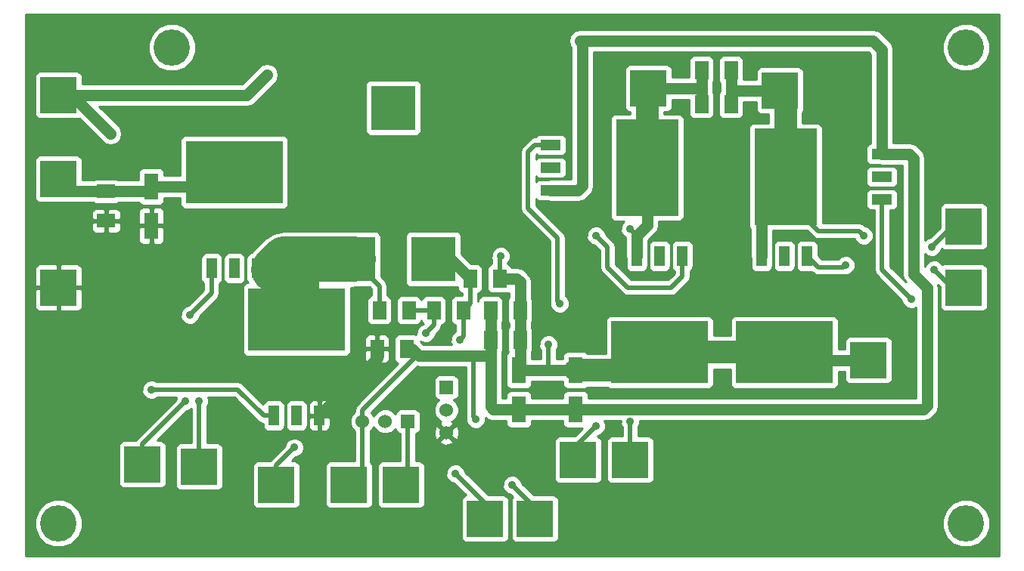
<source format=gtl>
G04 (created by PCBNEW (2013-07-07 BZR 4022)-stable) date 10/6/2014 4:48:17 PM*
%MOIN*%
G04 Gerber Fmt 3.4, Leading zero omitted, Abs format*
%FSLAX34Y34*%
G01*
G70*
G90*
G04 APERTURE LIST*
%ADD10C,0.00590551*%
%ADD11R,0.09X0.045*%
%ADD12R,0.2755X0.4252*%
%ADD13R,0.045X0.09*%
%ADD14R,0.4252X0.2755*%
%ADD15R,0.06X0.08*%
%ADD16R,0.08X0.06*%
%ADD17R,0.06X0.06*%
%ADD18C,0.06*%
%ADD19R,0.063X0.1181*%
%ADD20R,0.16X0.16*%
%ADD21R,0.19685X0.19685*%
%ADD22C,0.16*%
%ADD23C,0.035*%
%ADD24C,0.05*%
%ADD25C,0.1*%
%ADD26C,0.02*%
%ADD27C,0.2*%
%ADD28C,0.01*%
G04 APERTURE END LIST*
G54D10*
G54D11*
X67800Y-20200D03*
G54D12*
X63550Y-19200D03*
G54D11*
X67800Y-18200D03*
X67800Y-19200D03*
X53200Y-17800D03*
G54D12*
X57450Y-18800D03*
G54D11*
X53200Y-19800D03*
X53200Y-18800D03*
G54D13*
X64500Y-22700D03*
G54D14*
X63500Y-26950D03*
G54D13*
X62500Y-22700D03*
X63500Y-22700D03*
X59000Y-22700D03*
G54D14*
X58000Y-26950D03*
G54D13*
X57000Y-22700D03*
X58000Y-22700D03*
X41000Y-29750D03*
G54D14*
X42000Y-25500D03*
G54D13*
X43000Y-29750D03*
X42000Y-29750D03*
X38250Y-23250D03*
G54D14*
X39250Y-19000D03*
G54D13*
X40250Y-23250D03*
X39250Y-23250D03*
G54D15*
X51850Y-25100D03*
X50550Y-25100D03*
X51850Y-26400D03*
X50550Y-26400D03*
X48050Y-25100D03*
X49350Y-25100D03*
X45650Y-25100D03*
X46950Y-25100D03*
X49650Y-23700D03*
X50950Y-23700D03*
X45550Y-26800D03*
X46850Y-26800D03*
G54D16*
X33600Y-19850D03*
X33600Y-21150D03*
G54D17*
X46900Y-30000D03*
G54D18*
X45900Y-30000D03*
X44900Y-30000D03*
G54D17*
X48600Y-28500D03*
G54D18*
X48600Y-29500D03*
X48600Y-30500D03*
G54D19*
X51800Y-27734D03*
X51800Y-29466D03*
X35600Y-19634D03*
X35600Y-21366D03*
X54300Y-27734D03*
X54300Y-29466D03*
G54D20*
X50300Y-34300D03*
X52500Y-34300D03*
X41100Y-32800D03*
X46600Y-32800D03*
X31500Y-24100D03*
X31500Y-19300D03*
X44300Y-32800D03*
X67200Y-27300D03*
X63300Y-15400D03*
X57500Y-15300D03*
X71400Y-21400D03*
X71400Y-24100D03*
X56700Y-31700D03*
X54400Y-31700D03*
X37700Y-32000D03*
X35200Y-31900D03*
G54D21*
X44478Y-22846D03*
X48021Y-22846D03*
X46250Y-16153D03*
G54D20*
X31500Y-15600D03*
G54D15*
X59850Y-16000D03*
X61150Y-16000D03*
X59850Y-14500D03*
X61150Y-14500D03*
G54D22*
X71500Y-13500D03*
X71500Y-34500D03*
X31500Y-34500D03*
X36500Y-13500D03*
G54D23*
X56700Y-21500D03*
X55200Y-21800D03*
X53600Y-24800D03*
X67000Y-21800D03*
X66200Y-23100D03*
X69100Y-24600D03*
X41700Y-23500D03*
X37300Y-25300D03*
X35600Y-28600D03*
X51000Y-22700D03*
X53100Y-26600D03*
X49900Y-29900D03*
X49200Y-26400D03*
X48750Y-33100D03*
X68000Y-24550D03*
X55000Y-23700D03*
X34150Y-28250D03*
X37000Y-27100D03*
X68900Y-26600D03*
X52800Y-25300D03*
X51500Y-32800D03*
X70000Y-22300D03*
X37700Y-29100D03*
X37100Y-29100D03*
X70100Y-23300D03*
X56700Y-30000D03*
X55200Y-30200D03*
X47700Y-26100D03*
X41900Y-31150D03*
X49000Y-32300D03*
X33800Y-17300D03*
X40700Y-14700D03*
G54D24*
X57500Y-15300D02*
X59850Y-15300D01*
X59850Y-16000D02*
X59850Y-15300D01*
X59850Y-15300D02*
X59850Y-14500D01*
G54D25*
X57450Y-18800D02*
X57450Y-15350D01*
X57450Y-15350D02*
X57500Y-15300D01*
G54D24*
X57450Y-18800D02*
X57450Y-21350D01*
X57450Y-21350D02*
X57000Y-21800D01*
X57000Y-21800D02*
X57000Y-22700D01*
G54D26*
X57000Y-21800D02*
X57000Y-22700D01*
X56700Y-21500D02*
X57000Y-21800D01*
X59000Y-23600D02*
X59000Y-22700D01*
X58500Y-24100D02*
X59000Y-23600D01*
X56600Y-24100D02*
X58500Y-24100D01*
X55700Y-23200D02*
X56600Y-24100D01*
X55700Y-22300D02*
X55700Y-23200D01*
X55200Y-21800D02*
X55700Y-22300D01*
X52500Y-17800D02*
X53200Y-17800D01*
X52200Y-18100D02*
X52500Y-17800D01*
X52200Y-20600D02*
X52200Y-18100D01*
X53500Y-21900D02*
X52200Y-20600D01*
X53500Y-24700D02*
X53500Y-21900D01*
X53600Y-24800D02*
X53500Y-24700D01*
G54D24*
X63300Y-15400D02*
X61150Y-15400D01*
X61150Y-16000D02*
X61150Y-15400D01*
X61150Y-15400D02*
X61150Y-14500D01*
G54D25*
X63550Y-19200D02*
X63550Y-15650D01*
X63550Y-15650D02*
X63300Y-15400D01*
G54D26*
X63550Y-20150D02*
X63550Y-19200D01*
X65000Y-21600D02*
X63550Y-20150D01*
X66800Y-21600D02*
X65000Y-21600D01*
X67000Y-21800D02*
X66800Y-21600D01*
G54D24*
X62500Y-22700D02*
X62500Y-20250D01*
X62500Y-20250D02*
X63550Y-19200D01*
G54D26*
X65000Y-23200D02*
X64500Y-22700D01*
X66100Y-23200D02*
X65000Y-23200D01*
X66200Y-23100D02*
X66100Y-23200D01*
X67800Y-23300D02*
X67800Y-20200D01*
X69100Y-24600D02*
X67800Y-23300D01*
X45650Y-25100D02*
X45650Y-24018D01*
X45650Y-24018D02*
X44478Y-22846D01*
X41700Y-23500D02*
X42000Y-23500D01*
G54D27*
X42000Y-25500D02*
X42000Y-23500D01*
X42000Y-23500D02*
X42000Y-23392D01*
X42000Y-23392D02*
X41453Y-22846D01*
X44478Y-22846D02*
X41453Y-22846D01*
G54D24*
X40950Y-23250D02*
X41000Y-23300D01*
G54D27*
X41453Y-22846D02*
X41000Y-23300D01*
G54D24*
X40950Y-23250D02*
X40250Y-23250D01*
G54D26*
X38250Y-24350D02*
X38250Y-23250D01*
X37300Y-25300D02*
X38250Y-24350D01*
X40550Y-29750D02*
X41000Y-29750D01*
X39400Y-28600D02*
X40550Y-29750D01*
X35600Y-28600D02*
X39400Y-28600D01*
G54D24*
X67200Y-27300D02*
X63850Y-27300D01*
X63850Y-27300D02*
X63500Y-26950D01*
G54D26*
X50950Y-22750D02*
X50950Y-23700D01*
X51000Y-22700D02*
X50950Y-22750D01*
X53100Y-26600D02*
X53100Y-27734D01*
G54D25*
X63500Y-26950D02*
X58000Y-26950D01*
X54300Y-27734D02*
X57216Y-27734D01*
X57216Y-27734D02*
X58000Y-26950D01*
G54D24*
X51800Y-27734D02*
X53100Y-27734D01*
X53100Y-27734D02*
X53300Y-27734D01*
X53300Y-27734D02*
X54300Y-27734D01*
X51850Y-26400D02*
X51850Y-27684D01*
X51850Y-27684D02*
X51800Y-27734D01*
X51850Y-25100D02*
X51850Y-26400D01*
X50950Y-23700D02*
X51700Y-23700D01*
X51850Y-23850D02*
X51850Y-25100D01*
X51700Y-23700D02*
X51850Y-23850D01*
X67800Y-18200D02*
X67800Y-13600D01*
X54400Y-19800D02*
X53200Y-19800D01*
X54600Y-19600D02*
X54400Y-19800D01*
X54600Y-13300D02*
X54600Y-19600D01*
X54500Y-13200D02*
X54600Y-13300D01*
X67400Y-13200D02*
X54500Y-13200D01*
X67800Y-13600D02*
X67400Y-13200D01*
X54300Y-29466D02*
X69634Y-29466D01*
X69000Y-18200D02*
X67800Y-18200D01*
X69200Y-18400D02*
X69000Y-18200D01*
X69200Y-23500D02*
X69200Y-18400D01*
X69800Y-24100D02*
X69200Y-23500D01*
X69800Y-29300D02*
X69800Y-24100D01*
X69634Y-29466D02*
X69800Y-29300D01*
G54D26*
X49800Y-29800D02*
X49800Y-27100D01*
X49900Y-29900D02*
X49800Y-29800D01*
X44900Y-30000D02*
X44900Y-29500D01*
X47300Y-27100D02*
X47700Y-27100D01*
X44900Y-29500D02*
X47300Y-27100D01*
G54D24*
X46850Y-26800D02*
X47100Y-26800D01*
X47400Y-27100D02*
X47700Y-27100D01*
X47100Y-26800D02*
X47400Y-27100D01*
X47700Y-27100D02*
X49100Y-27100D01*
X49100Y-27100D02*
X49800Y-27100D01*
X49800Y-27100D02*
X50550Y-27100D01*
X51800Y-29466D02*
X50666Y-29466D01*
X50550Y-29350D02*
X50550Y-27900D01*
X50550Y-27900D02*
X50550Y-27400D01*
X50550Y-27400D02*
X50550Y-27100D01*
X50550Y-27100D02*
X50550Y-26400D01*
X50666Y-29466D02*
X50550Y-29350D01*
X51800Y-29466D02*
X54300Y-29466D01*
G54D26*
X44900Y-30000D02*
X44900Y-32200D01*
X44900Y-32200D02*
X44300Y-32800D01*
G54D24*
X50550Y-25100D02*
X50550Y-26400D01*
G54D26*
X46900Y-30000D02*
X46900Y-32500D01*
X46900Y-32500D02*
X46600Y-32800D01*
X49650Y-23700D02*
X49650Y-24800D01*
X49650Y-24800D02*
X49350Y-25100D01*
X49200Y-26400D02*
X49350Y-26250D01*
X49350Y-26250D02*
X49350Y-25100D01*
G54D24*
X48021Y-22846D02*
X48796Y-22846D01*
X48796Y-22846D02*
X49650Y-23700D01*
G54D26*
X55000Y-23700D02*
X55000Y-23650D01*
G54D24*
X45550Y-26800D02*
X45550Y-27200D01*
X45550Y-27200D02*
X43700Y-29050D01*
X43700Y-29050D02*
X43000Y-29750D01*
G54D26*
X52500Y-33800D02*
X52500Y-34300D01*
X51500Y-32800D02*
X52500Y-33800D01*
X70900Y-21400D02*
X71400Y-21400D01*
X70000Y-22300D02*
X70900Y-21400D01*
G54D24*
X35600Y-19634D02*
X38616Y-19634D01*
X38616Y-19634D02*
X39250Y-19000D01*
X33600Y-19850D02*
X35384Y-19850D01*
X35384Y-19850D02*
X35600Y-19634D01*
X33600Y-19850D02*
X32050Y-19850D01*
X32050Y-19850D02*
X31500Y-19300D01*
G54D26*
X37700Y-29100D02*
X37700Y-32000D01*
X35200Y-31000D02*
X35200Y-31900D01*
X37100Y-29100D02*
X35200Y-31000D01*
X70900Y-24100D02*
X71400Y-24100D01*
X70100Y-23300D02*
X70900Y-24100D01*
X56700Y-30000D02*
X56700Y-31700D01*
X54400Y-31000D02*
X54400Y-31700D01*
X55200Y-30200D02*
X54400Y-31000D01*
X41100Y-32800D02*
X41100Y-31950D01*
X48050Y-25750D02*
X48050Y-25100D01*
X47700Y-26100D02*
X48050Y-25750D01*
X41100Y-31950D02*
X41900Y-31150D01*
X46950Y-25100D02*
X48050Y-25100D01*
X50300Y-33600D02*
X50300Y-34300D01*
X49000Y-32300D02*
X50300Y-33600D01*
X32100Y-15600D02*
X31500Y-15600D01*
G54D24*
X33800Y-17300D02*
X32100Y-15600D01*
X39800Y-15600D02*
X31500Y-15600D01*
X40700Y-14700D02*
X39800Y-15600D01*
G54D10*
G36*
X72950Y-35950D02*
X72550Y-35950D01*
X72550Y-34292D01*
X72550Y-13292D01*
X72390Y-12906D01*
X72095Y-12610D01*
X71709Y-12450D01*
X71292Y-12449D01*
X70906Y-12609D01*
X70610Y-12904D01*
X70450Y-13290D01*
X70449Y-13707D01*
X70609Y-14094D01*
X70904Y-14389D01*
X71290Y-14549D01*
X71707Y-14550D01*
X72094Y-14390D01*
X72389Y-14095D01*
X72549Y-13709D01*
X72550Y-13292D01*
X72550Y-34292D01*
X72450Y-34049D01*
X72450Y-24850D01*
X72450Y-23250D01*
X72412Y-23158D01*
X72341Y-23088D01*
X72249Y-23050D01*
X72150Y-23049D01*
X70550Y-23049D01*
X70470Y-23083D01*
X70460Y-23059D01*
X70341Y-22939D01*
X70184Y-22875D01*
X70015Y-22874D01*
X69859Y-22939D01*
X69739Y-23058D01*
X69700Y-23155D01*
X69700Y-22601D01*
X69758Y-22660D01*
X69915Y-22724D01*
X70084Y-22725D01*
X70240Y-22660D01*
X70360Y-22541D01*
X70424Y-22384D01*
X70424Y-22378D01*
X70458Y-22411D01*
X70550Y-22449D01*
X70649Y-22450D01*
X72249Y-22450D01*
X72341Y-22412D01*
X72411Y-22341D01*
X72449Y-22249D01*
X72450Y-22150D01*
X72450Y-20550D01*
X72412Y-20458D01*
X72341Y-20388D01*
X72249Y-20350D01*
X72150Y-20349D01*
X70550Y-20349D01*
X70458Y-20387D01*
X70388Y-20458D01*
X70350Y-20550D01*
X70349Y-20649D01*
X70349Y-21455D01*
X69930Y-21874D01*
X69915Y-21874D01*
X69759Y-21939D01*
X69700Y-21998D01*
X69700Y-18400D01*
X69661Y-18208D01*
X69553Y-18046D01*
X69553Y-18046D01*
X69353Y-17846D01*
X69191Y-17738D01*
X69000Y-17699D01*
X68999Y-17700D01*
X68300Y-17700D01*
X68300Y-13600D01*
X68299Y-13599D01*
X68300Y-13599D01*
X68292Y-13561D01*
X68261Y-13408D01*
X68261Y-13408D01*
X68153Y-13246D01*
X68153Y-13246D01*
X67753Y-12846D01*
X67591Y-12738D01*
X67400Y-12699D01*
X67399Y-12700D01*
X54500Y-12700D01*
X54500Y-12699D01*
X54308Y-12738D01*
X54146Y-12846D01*
X54038Y-13008D01*
X53999Y-13200D01*
X54038Y-13391D01*
X54100Y-13484D01*
X54100Y-19300D01*
X53200Y-19300D01*
X53074Y-19324D01*
X52700Y-19324D01*
X52608Y-19362D01*
X52550Y-19421D01*
X52550Y-19178D01*
X52608Y-19236D01*
X52700Y-19274D01*
X52799Y-19275D01*
X53699Y-19275D01*
X53791Y-19237D01*
X53861Y-19166D01*
X53899Y-19074D01*
X53900Y-18975D01*
X53900Y-18525D01*
X53862Y-18433D01*
X53791Y-18363D01*
X53699Y-18325D01*
X53600Y-18324D01*
X52700Y-18324D01*
X52608Y-18362D01*
X52550Y-18421D01*
X52550Y-18244D01*
X52583Y-18211D01*
X52608Y-18236D01*
X52700Y-18274D01*
X52799Y-18275D01*
X53699Y-18275D01*
X53791Y-18237D01*
X53861Y-18166D01*
X53899Y-18074D01*
X53900Y-17975D01*
X53900Y-17525D01*
X53862Y-17433D01*
X53791Y-17363D01*
X53699Y-17325D01*
X53600Y-17324D01*
X52700Y-17324D01*
X52608Y-17362D01*
X52538Y-17433D01*
X52531Y-17450D01*
X52500Y-17450D01*
X52499Y-17450D01*
X52366Y-17476D01*
X52252Y-17552D01*
X52252Y-17552D01*
X51952Y-17852D01*
X51876Y-17966D01*
X51850Y-18100D01*
X51850Y-20600D01*
X51876Y-20733D01*
X51952Y-20847D01*
X53150Y-22044D01*
X53150Y-24700D01*
X53174Y-24825D01*
X53174Y-24825D01*
X53174Y-24884D01*
X53239Y-25040D01*
X53358Y-25160D01*
X53515Y-25224D01*
X53684Y-25225D01*
X53840Y-25160D01*
X53960Y-25041D01*
X54024Y-24884D01*
X54025Y-24715D01*
X53960Y-24559D01*
X53850Y-24448D01*
X53850Y-21900D01*
X53823Y-21766D01*
X53823Y-21766D01*
X53747Y-21652D01*
X52550Y-20455D01*
X52550Y-20178D01*
X52608Y-20236D01*
X52700Y-20274D01*
X52799Y-20275D01*
X53074Y-20275D01*
X53200Y-20300D01*
X54399Y-20300D01*
X54400Y-20300D01*
X54400Y-20300D01*
X54591Y-20261D01*
X54753Y-20153D01*
X54953Y-19953D01*
X54953Y-19953D01*
X54953Y-19953D01*
X55061Y-19791D01*
X55100Y-19600D01*
X55100Y-13700D01*
X67192Y-13700D01*
X67300Y-13807D01*
X67300Y-17725D01*
X67208Y-17762D01*
X67138Y-17833D01*
X67100Y-17925D01*
X67099Y-18024D01*
X67099Y-18474D01*
X67137Y-18566D01*
X67208Y-18636D01*
X67300Y-18674D01*
X67399Y-18675D01*
X67674Y-18675D01*
X67800Y-18700D01*
X68700Y-18700D01*
X68700Y-23499D01*
X68699Y-23500D01*
X68738Y-23691D01*
X68842Y-23847D01*
X68150Y-23155D01*
X68150Y-20675D01*
X68299Y-20675D01*
X68391Y-20637D01*
X68461Y-20566D01*
X68499Y-20474D01*
X68500Y-20375D01*
X68500Y-19925D01*
X68500Y-19375D01*
X68500Y-18925D01*
X68462Y-18833D01*
X68391Y-18763D01*
X68299Y-18725D01*
X68200Y-18724D01*
X67300Y-18724D01*
X67208Y-18762D01*
X67138Y-18833D01*
X67100Y-18925D01*
X67099Y-19024D01*
X67099Y-19474D01*
X67137Y-19566D01*
X67208Y-19636D01*
X67300Y-19674D01*
X67399Y-19675D01*
X68299Y-19675D01*
X68391Y-19637D01*
X68461Y-19566D01*
X68499Y-19474D01*
X68500Y-19375D01*
X68500Y-19925D01*
X68462Y-19833D01*
X68391Y-19763D01*
X68299Y-19725D01*
X68200Y-19724D01*
X67300Y-19724D01*
X67208Y-19762D01*
X67138Y-19833D01*
X67100Y-19925D01*
X67099Y-20024D01*
X67099Y-20474D01*
X67137Y-20566D01*
X67208Y-20636D01*
X67300Y-20674D01*
X67399Y-20675D01*
X67450Y-20675D01*
X67450Y-23300D01*
X67476Y-23433D01*
X67552Y-23547D01*
X68674Y-24669D01*
X68674Y-24684D01*
X68739Y-24840D01*
X68858Y-24960D01*
X69015Y-25024D01*
X69184Y-25025D01*
X69300Y-24977D01*
X69300Y-28966D01*
X68250Y-28966D01*
X68250Y-28050D01*
X68250Y-26450D01*
X68212Y-26358D01*
X68141Y-26288D01*
X68049Y-26250D01*
X67950Y-26249D01*
X67425Y-26249D01*
X67425Y-21715D01*
X67360Y-21559D01*
X67241Y-21439D01*
X67084Y-21375D01*
X67070Y-21375D01*
X67047Y-21352D01*
X66933Y-21276D01*
X66800Y-21250D01*
X65177Y-21250D01*
X65177Y-17024D01*
X65139Y-16932D01*
X65069Y-16862D01*
X64977Y-16824D01*
X64877Y-16823D01*
X64300Y-16823D01*
X64300Y-16353D01*
X64311Y-16341D01*
X64349Y-16249D01*
X64350Y-16150D01*
X64350Y-14550D01*
X64312Y-14458D01*
X64241Y-14388D01*
X64149Y-14350D01*
X64050Y-14349D01*
X62450Y-14349D01*
X62358Y-14387D01*
X62288Y-14458D01*
X62250Y-14550D01*
X62249Y-14649D01*
X62249Y-14900D01*
X61699Y-14900D01*
X61700Y-14850D01*
X61700Y-14050D01*
X61662Y-13958D01*
X61591Y-13888D01*
X61499Y-13850D01*
X61400Y-13849D01*
X60800Y-13849D01*
X60708Y-13887D01*
X60638Y-13958D01*
X60600Y-14050D01*
X60599Y-14149D01*
X60599Y-14949D01*
X60637Y-15041D01*
X60650Y-15053D01*
X60650Y-15400D01*
X60650Y-15446D01*
X60638Y-15458D01*
X60600Y-15550D01*
X60599Y-15649D01*
X60599Y-16449D01*
X60637Y-16541D01*
X60708Y-16611D01*
X60800Y-16649D01*
X60899Y-16650D01*
X61499Y-16650D01*
X61591Y-16612D01*
X61661Y-16541D01*
X61699Y-16449D01*
X61700Y-16350D01*
X61700Y-15900D01*
X62249Y-15900D01*
X62249Y-16249D01*
X62287Y-16341D01*
X62358Y-16411D01*
X62450Y-16449D01*
X62549Y-16450D01*
X62800Y-16450D01*
X62800Y-16823D01*
X62122Y-16823D01*
X62031Y-16861D01*
X61960Y-16932D01*
X61922Y-17024D01*
X61922Y-17123D01*
X61922Y-21375D01*
X61960Y-21467D01*
X62000Y-21507D01*
X62000Y-22700D01*
X62024Y-22825D01*
X62024Y-23199D01*
X62062Y-23291D01*
X62133Y-23361D01*
X62225Y-23399D01*
X62324Y-23400D01*
X62774Y-23400D01*
X62866Y-23362D01*
X62936Y-23291D01*
X62974Y-23199D01*
X62975Y-23100D01*
X62975Y-22825D01*
X63000Y-22700D01*
X63000Y-21576D01*
X64481Y-21576D01*
X64752Y-21847D01*
X64866Y-21923D01*
X65000Y-21950D01*
X66602Y-21950D01*
X66639Y-22040D01*
X66758Y-22160D01*
X66915Y-22224D01*
X67084Y-22225D01*
X67240Y-22160D01*
X67360Y-22041D01*
X67424Y-21884D01*
X67425Y-21715D01*
X67425Y-26249D01*
X66625Y-26249D01*
X66625Y-23015D01*
X66560Y-22859D01*
X66441Y-22739D01*
X66284Y-22675D01*
X66115Y-22674D01*
X65959Y-22739D01*
X65848Y-22850D01*
X65144Y-22850D01*
X64975Y-22680D01*
X64975Y-22200D01*
X64937Y-22108D01*
X64866Y-22038D01*
X64774Y-22000D01*
X64675Y-21999D01*
X64225Y-21999D01*
X64133Y-22037D01*
X64063Y-22108D01*
X64025Y-22200D01*
X64024Y-22299D01*
X64024Y-23199D01*
X64062Y-23291D01*
X64133Y-23361D01*
X64225Y-23399D01*
X64324Y-23400D01*
X64705Y-23400D01*
X64752Y-23447D01*
X64866Y-23523D01*
X64866Y-23523D01*
X65000Y-23550D01*
X66100Y-23550D01*
X66225Y-23525D01*
X66225Y-23525D01*
X66284Y-23525D01*
X66440Y-23460D01*
X66560Y-23341D01*
X66624Y-23184D01*
X66625Y-23015D01*
X66625Y-26249D01*
X66350Y-26249D01*
X66258Y-26287D01*
X66188Y-26358D01*
X66150Y-26450D01*
X66149Y-26549D01*
X66149Y-26800D01*
X65876Y-26800D01*
X65876Y-25522D01*
X65838Y-25431D01*
X65767Y-25360D01*
X65675Y-25322D01*
X65576Y-25322D01*
X63975Y-25322D01*
X63975Y-23100D01*
X63975Y-22200D01*
X63937Y-22108D01*
X63866Y-22038D01*
X63774Y-22000D01*
X63675Y-21999D01*
X63225Y-21999D01*
X63133Y-22037D01*
X63063Y-22108D01*
X63025Y-22200D01*
X63024Y-22299D01*
X63024Y-23199D01*
X63062Y-23291D01*
X63133Y-23361D01*
X63225Y-23399D01*
X63324Y-23400D01*
X63774Y-23400D01*
X63866Y-23362D01*
X63936Y-23291D01*
X63974Y-23199D01*
X63975Y-23100D01*
X63975Y-25322D01*
X61324Y-25322D01*
X61232Y-25360D01*
X61162Y-25430D01*
X61124Y-25522D01*
X61123Y-25622D01*
X61123Y-26200D01*
X60400Y-26200D01*
X60400Y-16350D01*
X60400Y-15550D01*
X60362Y-15458D01*
X60350Y-15446D01*
X60350Y-15300D01*
X60350Y-15053D01*
X60361Y-15041D01*
X60399Y-14949D01*
X60400Y-14850D01*
X60400Y-14050D01*
X60362Y-13958D01*
X60291Y-13888D01*
X60199Y-13850D01*
X60100Y-13849D01*
X59500Y-13849D01*
X59408Y-13887D01*
X59338Y-13958D01*
X59300Y-14050D01*
X59299Y-14149D01*
X59299Y-14800D01*
X58550Y-14800D01*
X58550Y-14450D01*
X58512Y-14358D01*
X58441Y-14288D01*
X58349Y-14250D01*
X58250Y-14249D01*
X56650Y-14249D01*
X56558Y-14287D01*
X56488Y-14358D01*
X56450Y-14450D01*
X56449Y-14549D01*
X56449Y-16149D01*
X56487Y-16241D01*
X56558Y-16311D01*
X56650Y-16349D01*
X56700Y-16349D01*
X56700Y-16423D01*
X56022Y-16423D01*
X55931Y-16461D01*
X55860Y-16532D01*
X55822Y-16624D01*
X55822Y-16723D01*
X55822Y-20975D01*
X55860Y-21067D01*
X55930Y-21137D01*
X56022Y-21175D01*
X56122Y-21176D01*
X56422Y-21176D01*
X56339Y-21258D01*
X56275Y-21415D01*
X56274Y-21584D01*
X56339Y-21740D01*
X56458Y-21860D01*
X56500Y-21877D01*
X56500Y-22700D01*
X56524Y-22825D01*
X56524Y-23199D01*
X56562Y-23291D01*
X56633Y-23361D01*
X56725Y-23399D01*
X56824Y-23400D01*
X57274Y-23400D01*
X57366Y-23362D01*
X57436Y-23291D01*
X57474Y-23199D01*
X57475Y-23100D01*
X57475Y-22825D01*
X57500Y-22700D01*
X57500Y-22007D01*
X57803Y-21703D01*
X57911Y-21541D01*
X57950Y-21350D01*
X57950Y-21176D01*
X58877Y-21176D01*
X58968Y-21138D01*
X59039Y-21067D01*
X59077Y-20975D01*
X59077Y-20876D01*
X59077Y-16624D01*
X59039Y-16532D01*
X58969Y-16462D01*
X58877Y-16424D01*
X58777Y-16423D01*
X58200Y-16423D01*
X58200Y-16350D01*
X58349Y-16350D01*
X58441Y-16312D01*
X58511Y-16241D01*
X58549Y-16149D01*
X58550Y-16050D01*
X58550Y-15800D01*
X59299Y-15800D01*
X59299Y-16449D01*
X59337Y-16541D01*
X59408Y-16611D01*
X59500Y-16649D01*
X59599Y-16650D01*
X60199Y-16650D01*
X60291Y-16612D01*
X60361Y-16541D01*
X60399Y-16449D01*
X60400Y-16350D01*
X60400Y-26200D01*
X60376Y-26200D01*
X60376Y-25522D01*
X60338Y-25431D01*
X60267Y-25360D01*
X60175Y-25322D01*
X60076Y-25322D01*
X59475Y-25322D01*
X59475Y-23100D01*
X59475Y-22200D01*
X59437Y-22108D01*
X59366Y-22038D01*
X59274Y-22000D01*
X59175Y-21999D01*
X58725Y-21999D01*
X58633Y-22037D01*
X58563Y-22108D01*
X58525Y-22200D01*
X58524Y-22299D01*
X58524Y-23199D01*
X58562Y-23291D01*
X58633Y-23361D01*
X58650Y-23368D01*
X58650Y-23455D01*
X58475Y-23629D01*
X58475Y-23100D01*
X58475Y-22200D01*
X58437Y-22108D01*
X58366Y-22038D01*
X58274Y-22000D01*
X58175Y-21999D01*
X57725Y-21999D01*
X57633Y-22037D01*
X57563Y-22108D01*
X57525Y-22200D01*
X57524Y-22299D01*
X57524Y-23199D01*
X57562Y-23291D01*
X57633Y-23361D01*
X57725Y-23399D01*
X57824Y-23400D01*
X58274Y-23400D01*
X58366Y-23362D01*
X58436Y-23291D01*
X58474Y-23199D01*
X58475Y-23100D01*
X58475Y-23629D01*
X58355Y-23750D01*
X56744Y-23750D01*
X56050Y-23055D01*
X56050Y-22300D01*
X56023Y-22166D01*
X56023Y-22166D01*
X55947Y-22052D01*
X55625Y-21730D01*
X55625Y-21715D01*
X55560Y-21559D01*
X55441Y-21439D01*
X55284Y-21375D01*
X55115Y-21374D01*
X54959Y-21439D01*
X54839Y-21558D01*
X54775Y-21715D01*
X54774Y-21884D01*
X54839Y-22040D01*
X54958Y-22160D01*
X55115Y-22224D01*
X55129Y-22224D01*
X55350Y-22444D01*
X55350Y-23200D01*
X55376Y-23333D01*
X55452Y-23447D01*
X56352Y-24347D01*
X56466Y-24423D01*
X56466Y-24423D01*
X56600Y-24450D01*
X58500Y-24450D01*
X58633Y-24423D01*
X58633Y-24423D01*
X58747Y-24347D01*
X59247Y-23847D01*
X59323Y-23733D01*
X59323Y-23733D01*
X59350Y-23600D01*
X59350Y-23368D01*
X59366Y-23362D01*
X59436Y-23291D01*
X59474Y-23199D01*
X59475Y-23100D01*
X59475Y-25322D01*
X55824Y-25322D01*
X55732Y-25360D01*
X55662Y-25430D01*
X55624Y-25522D01*
X55623Y-25622D01*
X55623Y-26984D01*
X54809Y-26984D01*
X54756Y-26931D01*
X54664Y-26893D01*
X54565Y-26893D01*
X53935Y-26893D01*
X53843Y-26931D01*
X53773Y-27001D01*
X53735Y-27093D01*
X53734Y-27193D01*
X53734Y-27234D01*
X53450Y-27234D01*
X53450Y-26851D01*
X53460Y-26841D01*
X53524Y-26684D01*
X53525Y-26515D01*
X53460Y-26359D01*
X53341Y-26239D01*
X53184Y-26175D01*
X53015Y-26174D01*
X52859Y-26239D01*
X52739Y-26358D01*
X52675Y-26515D01*
X52674Y-26684D01*
X52739Y-26840D01*
X52750Y-26850D01*
X52750Y-27234D01*
X52365Y-27234D01*
X52365Y-27093D01*
X52350Y-27057D01*
X52350Y-26953D01*
X52361Y-26941D01*
X52399Y-26849D01*
X52400Y-26750D01*
X52400Y-25950D01*
X52362Y-25858D01*
X52350Y-25846D01*
X52350Y-25653D01*
X52361Y-25641D01*
X52399Y-25549D01*
X52400Y-25450D01*
X52400Y-24650D01*
X52362Y-24558D01*
X52350Y-24546D01*
X52350Y-23850D01*
X52311Y-23658D01*
X52203Y-23496D01*
X52203Y-23496D01*
X52053Y-23346D01*
X51891Y-23238D01*
X51700Y-23199D01*
X51699Y-23200D01*
X51479Y-23200D01*
X51462Y-23158D01*
X51391Y-23088D01*
X51300Y-23050D01*
X51300Y-23001D01*
X51360Y-22941D01*
X51424Y-22784D01*
X51425Y-22615D01*
X51360Y-22459D01*
X51241Y-22339D01*
X51084Y-22275D01*
X50915Y-22274D01*
X50759Y-22339D01*
X50639Y-22458D01*
X50575Y-22615D01*
X50574Y-22784D01*
X50600Y-22844D01*
X50600Y-23050D01*
X50508Y-23087D01*
X50438Y-23158D01*
X50400Y-23250D01*
X50399Y-23349D01*
X50399Y-24149D01*
X50437Y-24241D01*
X50508Y-24311D01*
X50600Y-24349D01*
X50699Y-24350D01*
X51299Y-24350D01*
X51350Y-24329D01*
X51350Y-24546D01*
X51338Y-24558D01*
X51300Y-24650D01*
X51299Y-24749D01*
X51299Y-25549D01*
X51337Y-25641D01*
X51350Y-25653D01*
X51350Y-25846D01*
X51338Y-25858D01*
X51300Y-25950D01*
X51299Y-26049D01*
X51299Y-26849D01*
X51336Y-26938D01*
X51273Y-27001D01*
X51235Y-27093D01*
X51234Y-27193D01*
X51234Y-28374D01*
X51272Y-28465D01*
X51343Y-28536D01*
X51435Y-28574D01*
X51534Y-28574D01*
X52164Y-28574D01*
X52256Y-28536D01*
X52326Y-28466D01*
X52364Y-28374D01*
X52365Y-28274D01*
X52365Y-28234D01*
X53100Y-28234D01*
X53300Y-28234D01*
X53734Y-28234D01*
X53734Y-28374D01*
X53772Y-28465D01*
X53843Y-28536D01*
X53935Y-28574D01*
X54034Y-28574D01*
X54664Y-28574D01*
X54756Y-28536D01*
X54809Y-28484D01*
X55676Y-28484D01*
X55732Y-28539D01*
X55824Y-28577D01*
X55923Y-28577D01*
X60175Y-28577D01*
X60267Y-28539D01*
X60337Y-28469D01*
X60375Y-28377D01*
X60376Y-28277D01*
X60376Y-27700D01*
X61123Y-27700D01*
X61123Y-28377D01*
X61161Y-28468D01*
X61232Y-28539D01*
X61324Y-28577D01*
X61423Y-28577D01*
X65675Y-28577D01*
X65767Y-28539D01*
X65837Y-28469D01*
X65875Y-28377D01*
X65876Y-28277D01*
X65876Y-27800D01*
X66149Y-27800D01*
X66149Y-28149D01*
X66187Y-28241D01*
X66258Y-28311D01*
X66350Y-28349D01*
X66449Y-28350D01*
X68049Y-28350D01*
X68141Y-28312D01*
X68211Y-28241D01*
X68249Y-28149D01*
X68250Y-28050D01*
X68250Y-28966D01*
X54865Y-28966D01*
X54865Y-28825D01*
X54827Y-28734D01*
X54756Y-28663D01*
X54664Y-28625D01*
X54565Y-28625D01*
X53935Y-28625D01*
X53843Y-28663D01*
X53773Y-28733D01*
X53735Y-28825D01*
X53734Y-28925D01*
X53734Y-28966D01*
X52365Y-28966D01*
X52365Y-28825D01*
X52327Y-28734D01*
X52256Y-28663D01*
X52164Y-28625D01*
X52065Y-28625D01*
X51435Y-28625D01*
X51343Y-28663D01*
X51273Y-28733D01*
X51235Y-28825D01*
X51234Y-28925D01*
X51234Y-28966D01*
X51050Y-28966D01*
X51050Y-27900D01*
X51050Y-27400D01*
X51050Y-27100D01*
X51050Y-26953D01*
X51061Y-26941D01*
X51099Y-26849D01*
X51100Y-26750D01*
X51100Y-25950D01*
X51062Y-25858D01*
X51050Y-25846D01*
X51050Y-25653D01*
X51061Y-25641D01*
X51099Y-25549D01*
X51100Y-25450D01*
X51100Y-24650D01*
X51062Y-24558D01*
X50991Y-24488D01*
X50899Y-24450D01*
X50800Y-24449D01*
X50200Y-24449D01*
X50108Y-24487D01*
X50038Y-24558D01*
X50000Y-24650D01*
X50000Y-24700D01*
X50000Y-24349D01*
X50091Y-24312D01*
X50161Y-24241D01*
X50199Y-24149D01*
X50200Y-24050D01*
X50200Y-23250D01*
X50162Y-23158D01*
X50091Y-23088D01*
X49999Y-23050D01*
X49900Y-23049D01*
X49707Y-23049D01*
X49255Y-22598D01*
X49255Y-21812D01*
X49217Y-21720D01*
X49147Y-21650D01*
X49055Y-21612D01*
X48956Y-21612D01*
X47484Y-21612D01*
X47484Y-17088D01*
X47484Y-15119D01*
X47446Y-15027D01*
X47376Y-14957D01*
X47284Y-14919D01*
X47184Y-14919D01*
X45216Y-14919D01*
X45124Y-14957D01*
X45053Y-15027D01*
X45015Y-15119D01*
X45015Y-15218D01*
X45015Y-17187D01*
X45053Y-17279D01*
X45123Y-17349D01*
X45215Y-17387D01*
X45315Y-17387D01*
X47283Y-17387D01*
X47375Y-17349D01*
X47446Y-17279D01*
X47484Y-17187D01*
X47484Y-17088D01*
X47484Y-21612D01*
X46987Y-21612D01*
X46895Y-21650D01*
X46825Y-21720D01*
X46787Y-21812D01*
X46787Y-21911D01*
X46787Y-23880D01*
X46825Y-23972D01*
X46895Y-24042D01*
X46987Y-24080D01*
X47086Y-24080D01*
X49055Y-24080D01*
X49099Y-24062D01*
X49099Y-24149D01*
X49137Y-24241D01*
X49208Y-24311D01*
X49300Y-24349D01*
X49300Y-24449D01*
X49000Y-24449D01*
X48908Y-24487D01*
X48838Y-24558D01*
X48800Y-24650D01*
X48799Y-24749D01*
X48799Y-25549D01*
X48837Y-25641D01*
X48908Y-25711D01*
X49000Y-25749D01*
X49000Y-26022D01*
X48959Y-26039D01*
X48839Y-26158D01*
X48775Y-26315D01*
X48774Y-26484D01*
X48822Y-26600D01*
X47700Y-26600D01*
X47607Y-26600D01*
X47473Y-26465D01*
X47615Y-26524D01*
X47784Y-26525D01*
X47940Y-26460D01*
X48060Y-26341D01*
X48124Y-26184D01*
X48124Y-26170D01*
X48297Y-25997D01*
X48297Y-25997D01*
X48297Y-25997D01*
X48373Y-25883D01*
X48399Y-25750D01*
X48400Y-25750D01*
X48400Y-25749D01*
X48491Y-25712D01*
X48561Y-25641D01*
X48599Y-25549D01*
X48600Y-25450D01*
X48600Y-24650D01*
X48562Y-24558D01*
X48491Y-24488D01*
X48399Y-24450D01*
X48300Y-24449D01*
X47700Y-24449D01*
X47608Y-24487D01*
X47538Y-24558D01*
X47500Y-24650D01*
X47500Y-24650D01*
X47462Y-24558D01*
X47391Y-24488D01*
X47299Y-24450D01*
X47200Y-24449D01*
X46600Y-24449D01*
X46508Y-24487D01*
X46438Y-24558D01*
X46400Y-24650D01*
X46399Y-24749D01*
X46399Y-25549D01*
X46437Y-25641D01*
X46508Y-25711D01*
X46600Y-25749D01*
X46699Y-25750D01*
X47299Y-25750D01*
X47391Y-25712D01*
X47461Y-25641D01*
X47499Y-25549D01*
X47499Y-25549D01*
X47499Y-25549D01*
X47537Y-25641D01*
X47584Y-25687D01*
X47459Y-25739D01*
X47339Y-25858D01*
X47275Y-26015D01*
X47274Y-26181D01*
X47199Y-26150D01*
X47100Y-26149D01*
X46500Y-26149D01*
X46408Y-26187D01*
X46338Y-26258D01*
X46300Y-26350D01*
X46299Y-26449D01*
X46299Y-27249D01*
X46337Y-27341D01*
X46408Y-27411D01*
X46468Y-27436D01*
X46200Y-27704D01*
X46200Y-25450D01*
X46200Y-24650D01*
X46162Y-24558D01*
X46091Y-24488D01*
X46000Y-24450D01*
X46000Y-24018D01*
X45973Y-23884D01*
X45897Y-23770D01*
X45712Y-23585D01*
X45712Y-22925D01*
X45728Y-22846D01*
X45712Y-22767D01*
X45712Y-21812D01*
X45674Y-21720D01*
X45604Y-21650D01*
X45512Y-21612D01*
X45413Y-21612D01*
X44557Y-21612D01*
X44478Y-21596D01*
X41626Y-21596D01*
X41626Y-20327D01*
X41626Y-17572D01*
X41588Y-17481D01*
X41517Y-17410D01*
X41425Y-17372D01*
X41326Y-17372D01*
X41200Y-17372D01*
X41200Y-14700D01*
X41161Y-14508D01*
X41053Y-14346D01*
X40891Y-14238D01*
X40700Y-14200D01*
X40508Y-14238D01*
X40346Y-14346D01*
X39592Y-15100D01*
X37550Y-15100D01*
X37550Y-13292D01*
X37390Y-12906D01*
X37095Y-12610D01*
X36709Y-12450D01*
X36292Y-12449D01*
X35906Y-12609D01*
X35610Y-12904D01*
X35450Y-13290D01*
X35449Y-13707D01*
X35609Y-14094D01*
X35904Y-14389D01*
X36290Y-14549D01*
X36707Y-14550D01*
X37094Y-14390D01*
X37389Y-14095D01*
X37549Y-13709D01*
X37550Y-13292D01*
X37550Y-15100D01*
X32550Y-15100D01*
X32550Y-14750D01*
X32512Y-14658D01*
X32441Y-14588D01*
X32349Y-14550D01*
X32250Y-14549D01*
X30650Y-14549D01*
X30558Y-14587D01*
X30488Y-14658D01*
X30450Y-14750D01*
X30449Y-14849D01*
X30449Y-16449D01*
X30487Y-16541D01*
X30558Y-16611D01*
X30650Y-16649D01*
X30749Y-16650D01*
X32349Y-16650D01*
X32415Y-16622D01*
X33446Y-17653D01*
X33608Y-17761D01*
X33800Y-17800D01*
X33991Y-17761D01*
X34153Y-17653D01*
X34261Y-17491D01*
X34300Y-17300D01*
X34261Y-17108D01*
X34153Y-16946D01*
X33307Y-16100D01*
X39799Y-16100D01*
X39800Y-16100D01*
X39800Y-16100D01*
X39991Y-16061D01*
X40153Y-15953D01*
X41053Y-15053D01*
X41161Y-14891D01*
X41200Y-14700D01*
X41200Y-17372D01*
X37074Y-17372D01*
X36982Y-17410D01*
X36912Y-17480D01*
X36874Y-17572D01*
X36873Y-17672D01*
X36873Y-19134D01*
X36165Y-19134D01*
X36165Y-18993D01*
X36127Y-18902D01*
X36056Y-18831D01*
X35964Y-18793D01*
X35865Y-18793D01*
X35235Y-18793D01*
X35143Y-18831D01*
X35073Y-18901D01*
X35035Y-18993D01*
X35034Y-19093D01*
X35034Y-19350D01*
X34153Y-19350D01*
X34141Y-19338D01*
X34049Y-19300D01*
X33950Y-19299D01*
X33150Y-19299D01*
X33058Y-19337D01*
X33046Y-19350D01*
X32550Y-19350D01*
X32550Y-18450D01*
X32512Y-18358D01*
X32441Y-18288D01*
X32349Y-18250D01*
X32250Y-18249D01*
X30650Y-18249D01*
X30558Y-18287D01*
X30488Y-18358D01*
X30450Y-18450D01*
X30449Y-18549D01*
X30449Y-20149D01*
X30487Y-20241D01*
X30558Y-20311D01*
X30650Y-20349D01*
X30749Y-20350D01*
X32349Y-20350D01*
X32349Y-20350D01*
X33046Y-20350D01*
X33058Y-20361D01*
X33150Y-20399D01*
X33249Y-20400D01*
X34049Y-20400D01*
X34141Y-20362D01*
X34153Y-20350D01*
X35066Y-20350D01*
X35072Y-20365D01*
X35143Y-20436D01*
X35235Y-20474D01*
X35334Y-20474D01*
X35964Y-20474D01*
X36056Y-20436D01*
X36126Y-20366D01*
X36164Y-20274D01*
X36165Y-20174D01*
X36165Y-20134D01*
X36873Y-20134D01*
X36873Y-20427D01*
X36911Y-20518D01*
X36982Y-20589D01*
X37074Y-20627D01*
X37173Y-20627D01*
X41425Y-20627D01*
X41517Y-20589D01*
X41587Y-20519D01*
X41625Y-20427D01*
X41626Y-20327D01*
X41626Y-21596D01*
X41453Y-21596D01*
X40975Y-21691D01*
X40569Y-21962D01*
X40116Y-22416D01*
X40026Y-22549D01*
X39975Y-22549D01*
X39883Y-22587D01*
X39813Y-22658D01*
X39775Y-22750D01*
X39774Y-22849D01*
X39774Y-23124D01*
X39750Y-23250D01*
X39754Y-23274D01*
X39750Y-23300D01*
X39774Y-23425D01*
X39774Y-23749D01*
X39812Y-23841D01*
X39843Y-23872D01*
X39824Y-23872D01*
X39732Y-23910D01*
X39725Y-23917D01*
X39725Y-23650D01*
X39725Y-22750D01*
X39687Y-22658D01*
X39616Y-22588D01*
X39524Y-22550D01*
X39425Y-22549D01*
X38975Y-22549D01*
X38883Y-22587D01*
X38813Y-22658D01*
X38775Y-22750D01*
X38774Y-22849D01*
X38774Y-23749D01*
X38812Y-23841D01*
X38883Y-23911D01*
X38975Y-23949D01*
X39074Y-23950D01*
X39524Y-23950D01*
X39616Y-23912D01*
X39686Y-23841D01*
X39724Y-23749D01*
X39725Y-23650D01*
X39725Y-23917D01*
X39662Y-23980D01*
X39624Y-24072D01*
X39623Y-24172D01*
X39623Y-26927D01*
X39661Y-27018D01*
X39732Y-27089D01*
X39824Y-27127D01*
X39923Y-27127D01*
X44175Y-27127D01*
X44267Y-27089D01*
X44337Y-27019D01*
X44375Y-26927D01*
X44376Y-26827D01*
X44376Y-24096D01*
X44478Y-24096D01*
X44557Y-24080D01*
X45217Y-24080D01*
X45300Y-24163D01*
X45300Y-24450D01*
X45208Y-24487D01*
X45138Y-24558D01*
X45100Y-24650D01*
X45099Y-24749D01*
X45099Y-25549D01*
X45137Y-25641D01*
X45208Y-25711D01*
X45300Y-25749D01*
X45399Y-25750D01*
X45999Y-25750D01*
X46091Y-25712D01*
X46161Y-25641D01*
X46199Y-25549D01*
X46200Y-25450D01*
X46200Y-27704D01*
X46100Y-27804D01*
X46100Y-27150D01*
X46100Y-26449D01*
X46099Y-26350D01*
X46061Y-26258D01*
X45991Y-26187D01*
X45899Y-26149D01*
X45662Y-26150D01*
X45600Y-26212D01*
X45600Y-26750D01*
X46037Y-26750D01*
X46100Y-26687D01*
X46100Y-26449D01*
X46100Y-27150D01*
X46100Y-26912D01*
X46037Y-26850D01*
X45600Y-26850D01*
X45600Y-27387D01*
X45662Y-27450D01*
X45899Y-27450D01*
X45991Y-27412D01*
X46061Y-27341D01*
X46099Y-27249D01*
X46100Y-27150D01*
X46100Y-27804D01*
X45500Y-28405D01*
X45500Y-27387D01*
X45500Y-26850D01*
X45500Y-26750D01*
X45500Y-26212D01*
X45437Y-26150D01*
X45200Y-26149D01*
X45108Y-26187D01*
X45038Y-26258D01*
X45000Y-26350D01*
X44999Y-26449D01*
X45000Y-26687D01*
X45062Y-26750D01*
X45500Y-26750D01*
X45500Y-26850D01*
X45062Y-26850D01*
X45000Y-26912D01*
X44999Y-27150D01*
X45000Y-27249D01*
X45038Y-27341D01*
X45108Y-27412D01*
X45200Y-27450D01*
X45437Y-27450D01*
X45500Y-27387D01*
X45500Y-28405D01*
X44652Y-29252D01*
X44576Y-29366D01*
X44550Y-29500D01*
X44550Y-29572D01*
X44434Y-29688D01*
X44350Y-29890D01*
X44349Y-30108D01*
X44433Y-30311D01*
X44550Y-30427D01*
X44550Y-31749D01*
X43475Y-31749D01*
X43475Y-30150D01*
X43475Y-29349D01*
X43474Y-29250D01*
X43436Y-29158D01*
X43366Y-29087D01*
X43274Y-29049D01*
X43112Y-29050D01*
X43050Y-29112D01*
X43050Y-29700D01*
X43412Y-29700D01*
X43475Y-29637D01*
X43475Y-29349D01*
X43475Y-30150D01*
X43475Y-29862D01*
X43412Y-29800D01*
X43050Y-29800D01*
X43050Y-30387D01*
X43112Y-30450D01*
X43274Y-30450D01*
X43366Y-30412D01*
X43436Y-30341D01*
X43474Y-30249D01*
X43475Y-30150D01*
X43475Y-31749D01*
X43450Y-31749D01*
X43358Y-31787D01*
X43288Y-31858D01*
X43250Y-31950D01*
X43249Y-32049D01*
X43249Y-33649D01*
X43287Y-33741D01*
X43358Y-33811D01*
X43450Y-33849D01*
X43549Y-33850D01*
X45149Y-33850D01*
X45241Y-33812D01*
X45311Y-33741D01*
X45349Y-33649D01*
X45350Y-33550D01*
X45350Y-31950D01*
X45312Y-31858D01*
X45250Y-31796D01*
X45250Y-30427D01*
X45365Y-30311D01*
X45399Y-30230D01*
X45433Y-30311D01*
X45588Y-30465D01*
X45790Y-30549D01*
X46008Y-30550D01*
X46211Y-30466D01*
X46349Y-30327D01*
X46349Y-30349D01*
X46387Y-30441D01*
X46458Y-30511D01*
X46550Y-30549D01*
X46550Y-31749D01*
X45750Y-31749D01*
X45658Y-31787D01*
X45588Y-31858D01*
X45550Y-31950D01*
X45549Y-32049D01*
X45549Y-33649D01*
X45587Y-33741D01*
X45658Y-33811D01*
X45750Y-33849D01*
X45849Y-33850D01*
X47449Y-33850D01*
X47541Y-33812D01*
X47611Y-33741D01*
X47649Y-33649D01*
X47650Y-33550D01*
X47650Y-31950D01*
X47612Y-31858D01*
X47541Y-31788D01*
X47449Y-31750D01*
X47350Y-31749D01*
X47250Y-31749D01*
X47250Y-30549D01*
X47341Y-30512D01*
X47411Y-30441D01*
X47449Y-30349D01*
X47450Y-30250D01*
X47450Y-29650D01*
X47412Y-29558D01*
X47341Y-29488D01*
X47249Y-29450D01*
X47150Y-29449D01*
X46550Y-29449D01*
X46458Y-29487D01*
X46388Y-29558D01*
X46350Y-29650D01*
X46350Y-29672D01*
X46211Y-29534D01*
X46009Y-29450D01*
X45791Y-29449D01*
X45588Y-29533D01*
X45434Y-29688D01*
X45400Y-29769D01*
X45366Y-29688D01*
X45286Y-29608D01*
X47312Y-27582D01*
X47399Y-27600D01*
X47399Y-27599D01*
X47400Y-27600D01*
X47700Y-27600D01*
X49100Y-27600D01*
X49450Y-27600D01*
X49450Y-29800D01*
X49474Y-29925D01*
X49474Y-29925D01*
X49474Y-29984D01*
X49539Y-30140D01*
X49658Y-30260D01*
X49815Y-30324D01*
X49984Y-30325D01*
X50140Y-30260D01*
X50260Y-30141D01*
X50324Y-29984D01*
X50325Y-29827D01*
X50474Y-29927D01*
X50474Y-29927D01*
X50627Y-29958D01*
X50665Y-29966D01*
X50665Y-29965D01*
X50666Y-29966D01*
X51234Y-29966D01*
X51234Y-30106D01*
X51272Y-30197D01*
X51343Y-30268D01*
X51435Y-30306D01*
X51534Y-30306D01*
X52164Y-30306D01*
X52256Y-30268D01*
X52326Y-30198D01*
X52364Y-30106D01*
X52365Y-30006D01*
X52365Y-29966D01*
X53734Y-29966D01*
X53734Y-30106D01*
X53772Y-30197D01*
X53843Y-30268D01*
X53935Y-30306D01*
X54034Y-30306D01*
X54598Y-30306D01*
X54255Y-30649D01*
X53550Y-30649D01*
X53458Y-30687D01*
X53388Y-30758D01*
X53350Y-30850D01*
X53349Y-30949D01*
X53349Y-32549D01*
X53387Y-32641D01*
X53458Y-32711D01*
X53550Y-32749D01*
X53649Y-32750D01*
X55249Y-32750D01*
X55341Y-32712D01*
X55411Y-32641D01*
X55449Y-32549D01*
X55450Y-32450D01*
X55450Y-30850D01*
X55412Y-30758D01*
X55341Y-30688D01*
X55249Y-30650D01*
X55244Y-30650D01*
X55269Y-30625D01*
X55284Y-30625D01*
X55440Y-30560D01*
X55560Y-30441D01*
X55624Y-30284D01*
X55625Y-30115D01*
X55563Y-29966D01*
X56275Y-29966D01*
X56274Y-30084D01*
X56339Y-30240D01*
X56350Y-30250D01*
X56350Y-30649D01*
X55850Y-30649D01*
X55758Y-30687D01*
X55688Y-30758D01*
X55650Y-30850D01*
X55649Y-30949D01*
X55649Y-32549D01*
X55687Y-32641D01*
X55758Y-32711D01*
X55850Y-32749D01*
X55949Y-32750D01*
X57549Y-32750D01*
X57641Y-32712D01*
X57711Y-32641D01*
X57749Y-32549D01*
X57750Y-32450D01*
X57750Y-30850D01*
X57712Y-30758D01*
X57641Y-30688D01*
X57549Y-30650D01*
X57450Y-30649D01*
X57050Y-30649D01*
X57050Y-30251D01*
X57060Y-30241D01*
X57124Y-30084D01*
X57125Y-29966D01*
X69633Y-29966D01*
X69634Y-29966D01*
X69634Y-29966D01*
X69825Y-29927D01*
X69987Y-29819D01*
X70153Y-29653D01*
X70261Y-29491D01*
X70300Y-29300D01*
X70300Y-29300D01*
X70300Y-29299D01*
X70300Y-24100D01*
X70273Y-23968D01*
X70349Y-24044D01*
X70349Y-24949D01*
X70387Y-25041D01*
X70458Y-25111D01*
X70550Y-25149D01*
X70649Y-25150D01*
X72249Y-25150D01*
X72341Y-25112D01*
X72411Y-25041D01*
X72449Y-24949D01*
X72450Y-24850D01*
X72450Y-34049D01*
X72390Y-33906D01*
X72095Y-33610D01*
X71709Y-33450D01*
X71292Y-33449D01*
X70906Y-33609D01*
X70610Y-33904D01*
X70450Y-34290D01*
X70449Y-34707D01*
X70609Y-35094D01*
X70904Y-35389D01*
X71290Y-35549D01*
X71707Y-35550D01*
X72094Y-35390D01*
X72389Y-35095D01*
X72549Y-34709D01*
X72550Y-34292D01*
X72550Y-35950D01*
X53550Y-35950D01*
X53550Y-35050D01*
X53550Y-33450D01*
X53512Y-33358D01*
X53441Y-33288D01*
X53349Y-33250D01*
X53250Y-33249D01*
X52444Y-33249D01*
X51925Y-32730D01*
X51925Y-32715D01*
X51860Y-32559D01*
X51741Y-32439D01*
X51584Y-32375D01*
X51415Y-32374D01*
X51259Y-32439D01*
X51139Y-32558D01*
X51075Y-32715D01*
X51074Y-32884D01*
X51139Y-33040D01*
X51258Y-33160D01*
X51415Y-33224D01*
X51429Y-33224D01*
X51525Y-33320D01*
X51488Y-33358D01*
X51450Y-33450D01*
X51449Y-33549D01*
X51449Y-35149D01*
X51487Y-35241D01*
X51558Y-35311D01*
X51650Y-35349D01*
X51749Y-35350D01*
X53349Y-35350D01*
X53441Y-35312D01*
X53511Y-35241D01*
X53549Y-35149D01*
X53550Y-35050D01*
X53550Y-35950D01*
X51350Y-35950D01*
X51350Y-35050D01*
X51350Y-33450D01*
X51312Y-33358D01*
X51241Y-33288D01*
X51149Y-33250D01*
X51050Y-33249D01*
X50444Y-33249D01*
X49425Y-32230D01*
X49425Y-32215D01*
X49360Y-32059D01*
X49241Y-31939D01*
X49154Y-31904D01*
X49154Y-30581D01*
X49150Y-30488D01*
X49150Y-29391D01*
X49066Y-29188D01*
X48927Y-29050D01*
X48949Y-29050D01*
X49041Y-29012D01*
X49111Y-28941D01*
X49149Y-28849D01*
X49150Y-28750D01*
X49150Y-28150D01*
X49112Y-28058D01*
X49041Y-27988D01*
X48949Y-27950D01*
X48850Y-27949D01*
X48250Y-27949D01*
X48158Y-27987D01*
X48088Y-28058D01*
X48050Y-28150D01*
X48049Y-28249D01*
X48049Y-28849D01*
X48087Y-28941D01*
X48158Y-29011D01*
X48250Y-29049D01*
X48272Y-29049D01*
X48134Y-29188D01*
X48050Y-29390D01*
X48049Y-29608D01*
X48133Y-29811D01*
X48288Y-29965D01*
X48363Y-29997D01*
X48312Y-30018D01*
X48284Y-30114D01*
X48600Y-30429D01*
X48915Y-30114D01*
X48887Y-30018D01*
X48832Y-29999D01*
X48911Y-29966D01*
X49065Y-29811D01*
X49149Y-29609D01*
X49150Y-29391D01*
X49150Y-30488D01*
X49143Y-30363D01*
X49081Y-30212D01*
X48985Y-30184D01*
X48670Y-30500D01*
X48985Y-30815D01*
X49081Y-30787D01*
X49154Y-30581D01*
X49154Y-31904D01*
X49084Y-31875D01*
X48915Y-31874D01*
X48915Y-31875D01*
X48915Y-30885D01*
X48600Y-30570D01*
X48529Y-30641D01*
X48529Y-30500D01*
X48214Y-30184D01*
X48118Y-30212D01*
X48045Y-30418D01*
X48056Y-30636D01*
X48118Y-30787D01*
X48214Y-30815D01*
X48529Y-30500D01*
X48529Y-30641D01*
X48284Y-30885D01*
X48312Y-30981D01*
X48518Y-31054D01*
X48736Y-31043D01*
X48887Y-30981D01*
X48915Y-30885D01*
X48915Y-31875D01*
X48759Y-31939D01*
X48639Y-32058D01*
X48575Y-32215D01*
X48574Y-32384D01*
X48639Y-32540D01*
X48758Y-32660D01*
X48915Y-32724D01*
X48929Y-32724D01*
X49454Y-33249D01*
X49450Y-33249D01*
X49358Y-33287D01*
X49288Y-33358D01*
X49250Y-33450D01*
X49249Y-33549D01*
X49249Y-35149D01*
X49287Y-35241D01*
X49358Y-35311D01*
X49450Y-35349D01*
X49549Y-35350D01*
X51149Y-35350D01*
X51241Y-35312D01*
X51311Y-35241D01*
X51349Y-35149D01*
X51350Y-35050D01*
X51350Y-35950D01*
X42950Y-35950D01*
X42950Y-30387D01*
X42950Y-29800D01*
X42950Y-29700D01*
X42950Y-29112D01*
X42887Y-29050D01*
X42725Y-29049D01*
X42633Y-29087D01*
X42563Y-29158D01*
X42525Y-29250D01*
X42524Y-29349D01*
X42525Y-29637D01*
X42587Y-29700D01*
X42950Y-29700D01*
X42950Y-29800D01*
X42587Y-29800D01*
X42525Y-29862D01*
X42524Y-30150D01*
X42525Y-30249D01*
X42563Y-30341D01*
X42633Y-30412D01*
X42725Y-30450D01*
X42887Y-30450D01*
X42950Y-30387D01*
X42950Y-35950D01*
X42475Y-35950D01*
X42475Y-30150D01*
X42475Y-29250D01*
X42437Y-29158D01*
X42366Y-29088D01*
X42274Y-29050D01*
X42175Y-29049D01*
X41725Y-29049D01*
X41633Y-29087D01*
X41563Y-29158D01*
X41525Y-29250D01*
X41524Y-29349D01*
X41524Y-30249D01*
X41562Y-30341D01*
X41633Y-30411D01*
X41725Y-30449D01*
X41824Y-30450D01*
X42274Y-30450D01*
X42366Y-30412D01*
X42436Y-30341D01*
X42474Y-30249D01*
X42475Y-30150D01*
X42475Y-35950D01*
X42325Y-35950D01*
X42325Y-31065D01*
X42260Y-30909D01*
X42141Y-30789D01*
X41984Y-30725D01*
X41815Y-30724D01*
X41659Y-30789D01*
X41539Y-30908D01*
X41475Y-31065D01*
X41475Y-31079D01*
X41475Y-31079D01*
X41475Y-30150D01*
X41475Y-29250D01*
X41437Y-29158D01*
X41366Y-29088D01*
X41274Y-29050D01*
X41175Y-29049D01*
X40725Y-29049D01*
X40633Y-29087D01*
X40563Y-29158D01*
X40530Y-29235D01*
X39647Y-28352D01*
X39533Y-28276D01*
X39400Y-28250D01*
X38725Y-28250D01*
X38725Y-23650D01*
X38725Y-22750D01*
X38687Y-22658D01*
X38616Y-22588D01*
X38524Y-22550D01*
X38425Y-22549D01*
X37975Y-22549D01*
X37883Y-22587D01*
X37813Y-22658D01*
X37775Y-22750D01*
X37774Y-22849D01*
X37774Y-23749D01*
X37812Y-23841D01*
X37883Y-23911D01*
X37900Y-23918D01*
X37900Y-24205D01*
X37230Y-24874D01*
X37215Y-24874D01*
X37059Y-24939D01*
X36939Y-25058D01*
X36875Y-25215D01*
X36874Y-25384D01*
X36939Y-25540D01*
X37058Y-25660D01*
X37215Y-25724D01*
X37384Y-25725D01*
X37540Y-25660D01*
X37660Y-25541D01*
X37724Y-25384D01*
X37724Y-25370D01*
X38497Y-24597D01*
X38573Y-24483D01*
X38600Y-24350D01*
X38600Y-23918D01*
X38616Y-23912D01*
X38686Y-23841D01*
X38724Y-23749D01*
X38725Y-23650D01*
X38725Y-28250D01*
X36165Y-28250D01*
X36165Y-22006D01*
X36165Y-20725D01*
X36127Y-20634D01*
X36056Y-20563D01*
X35964Y-20525D01*
X35865Y-20525D01*
X35712Y-20525D01*
X35650Y-20588D01*
X35650Y-21316D01*
X36102Y-21316D01*
X36165Y-21253D01*
X36165Y-20725D01*
X36165Y-22006D01*
X36165Y-21478D01*
X36102Y-21416D01*
X35650Y-21416D01*
X35650Y-22144D01*
X35712Y-22206D01*
X35865Y-22206D01*
X35964Y-22206D01*
X36056Y-22168D01*
X36127Y-22097D01*
X36165Y-22006D01*
X36165Y-28250D01*
X35851Y-28250D01*
X35841Y-28239D01*
X35684Y-28175D01*
X35550Y-28174D01*
X35550Y-22144D01*
X35550Y-21416D01*
X35550Y-21316D01*
X35550Y-20588D01*
X35487Y-20525D01*
X35334Y-20525D01*
X35235Y-20525D01*
X35143Y-20563D01*
X35072Y-20634D01*
X35034Y-20725D01*
X35035Y-21253D01*
X35097Y-21316D01*
X35550Y-21316D01*
X35550Y-21416D01*
X35097Y-21416D01*
X35035Y-21478D01*
X35034Y-22006D01*
X35072Y-22097D01*
X35143Y-22168D01*
X35235Y-22206D01*
X35334Y-22206D01*
X35487Y-22206D01*
X35550Y-22144D01*
X35550Y-28174D01*
X35515Y-28174D01*
X35359Y-28239D01*
X35239Y-28358D01*
X35175Y-28515D01*
X35174Y-28684D01*
X35239Y-28840D01*
X35358Y-28960D01*
X35515Y-29024D01*
X35684Y-29025D01*
X35840Y-28960D01*
X35850Y-28950D01*
X36702Y-28950D01*
X36675Y-29015D01*
X36675Y-29029D01*
X34952Y-30752D01*
X34887Y-30849D01*
X34350Y-30849D01*
X34258Y-30887D01*
X34250Y-30896D01*
X34250Y-21499D01*
X34250Y-20800D01*
X34212Y-20708D01*
X34141Y-20638D01*
X34049Y-20600D01*
X33950Y-20599D01*
X33712Y-20600D01*
X33650Y-20662D01*
X33650Y-21100D01*
X34187Y-21100D01*
X34250Y-21037D01*
X34250Y-20800D01*
X34250Y-21499D01*
X34250Y-21262D01*
X34187Y-21200D01*
X33650Y-21200D01*
X33650Y-21637D01*
X33712Y-21700D01*
X33950Y-21700D01*
X34049Y-21699D01*
X34141Y-21661D01*
X34212Y-21591D01*
X34250Y-21499D01*
X34250Y-30896D01*
X34188Y-30958D01*
X34150Y-31050D01*
X34149Y-31149D01*
X34149Y-32749D01*
X34187Y-32841D01*
X34258Y-32911D01*
X34350Y-32949D01*
X34449Y-32950D01*
X36049Y-32950D01*
X36141Y-32912D01*
X36211Y-32841D01*
X36249Y-32749D01*
X36250Y-32650D01*
X36250Y-31050D01*
X36212Y-30958D01*
X36141Y-30888D01*
X36049Y-30850D01*
X35950Y-30849D01*
X35845Y-30849D01*
X37169Y-29525D01*
X37184Y-29525D01*
X37340Y-29460D01*
X37350Y-29450D01*
X37350Y-30949D01*
X36850Y-30949D01*
X36758Y-30987D01*
X36688Y-31058D01*
X36650Y-31150D01*
X36649Y-31249D01*
X36649Y-32849D01*
X36687Y-32941D01*
X36758Y-33011D01*
X36850Y-33049D01*
X36949Y-33050D01*
X38549Y-33050D01*
X38641Y-33012D01*
X38711Y-32941D01*
X38749Y-32849D01*
X38750Y-32750D01*
X38750Y-31150D01*
X38712Y-31058D01*
X38641Y-30988D01*
X38549Y-30950D01*
X38450Y-30949D01*
X38050Y-30949D01*
X38050Y-29351D01*
X38060Y-29341D01*
X38124Y-29184D01*
X38125Y-29015D01*
X38097Y-28950D01*
X39255Y-28950D01*
X40302Y-29997D01*
X40302Y-29997D01*
X40416Y-30073D01*
X40524Y-30095D01*
X40524Y-30249D01*
X40562Y-30341D01*
X40633Y-30411D01*
X40725Y-30449D01*
X40824Y-30450D01*
X41274Y-30450D01*
X41366Y-30412D01*
X41436Y-30341D01*
X41474Y-30249D01*
X41475Y-30150D01*
X41475Y-31079D01*
X40852Y-31702D01*
X40820Y-31749D01*
X40250Y-31749D01*
X40158Y-31787D01*
X40088Y-31858D01*
X40050Y-31950D01*
X40049Y-32049D01*
X40049Y-33649D01*
X40087Y-33741D01*
X40158Y-33811D01*
X40250Y-33849D01*
X40349Y-33850D01*
X41949Y-33850D01*
X42041Y-33812D01*
X42111Y-33741D01*
X42149Y-33649D01*
X42150Y-33550D01*
X42150Y-31950D01*
X42112Y-31858D01*
X42041Y-31788D01*
X41949Y-31750D01*
X41850Y-31749D01*
X41795Y-31749D01*
X41969Y-31575D01*
X41984Y-31575D01*
X42140Y-31510D01*
X42260Y-31391D01*
X42324Y-31234D01*
X42325Y-31065D01*
X42325Y-35950D01*
X33550Y-35950D01*
X33550Y-21637D01*
X33550Y-21200D01*
X33550Y-21100D01*
X33550Y-20662D01*
X33487Y-20600D01*
X33249Y-20599D01*
X33150Y-20600D01*
X33058Y-20638D01*
X32987Y-20708D01*
X32949Y-20800D01*
X32950Y-21037D01*
X33012Y-21100D01*
X33550Y-21100D01*
X33550Y-21200D01*
X33012Y-21200D01*
X32950Y-21262D01*
X32949Y-21499D01*
X32987Y-21591D01*
X33058Y-21661D01*
X33150Y-21699D01*
X33249Y-21700D01*
X33487Y-21700D01*
X33550Y-21637D01*
X33550Y-35950D01*
X32550Y-35950D01*
X32550Y-34292D01*
X32550Y-34291D01*
X32550Y-24850D01*
X32550Y-23349D01*
X32549Y-23250D01*
X32511Y-23158D01*
X32441Y-23087D01*
X32349Y-23049D01*
X31612Y-23050D01*
X31550Y-23112D01*
X31550Y-24050D01*
X32487Y-24050D01*
X32550Y-23987D01*
X32550Y-23349D01*
X32550Y-24850D01*
X32550Y-24212D01*
X32487Y-24150D01*
X31550Y-24150D01*
X31550Y-25087D01*
X31612Y-25150D01*
X32349Y-25150D01*
X32441Y-25112D01*
X32511Y-25041D01*
X32549Y-24949D01*
X32550Y-24850D01*
X32550Y-34291D01*
X32390Y-33906D01*
X32095Y-33610D01*
X31709Y-33450D01*
X31450Y-33449D01*
X31450Y-25087D01*
X31450Y-24150D01*
X31450Y-24050D01*
X31450Y-23112D01*
X31387Y-23050D01*
X30650Y-23049D01*
X30558Y-23087D01*
X30488Y-23158D01*
X30450Y-23250D01*
X30449Y-23349D01*
X30450Y-23987D01*
X30512Y-24050D01*
X31450Y-24050D01*
X31450Y-24150D01*
X30512Y-24150D01*
X30450Y-24212D01*
X30449Y-24850D01*
X30450Y-24949D01*
X30488Y-25041D01*
X30558Y-25112D01*
X30650Y-25150D01*
X31387Y-25150D01*
X31450Y-25087D01*
X31450Y-33449D01*
X31292Y-33449D01*
X30906Y-33609D01*
X30610Y-33904D01*
X30450Y-34290D01*
X30449Y-34707D01*
X30609Y-35094D01*
X30904Y-35389D01*
X31290Y-35549D01*
X31707Y-35550D01*
X32094Y-35390D01*
X32389Y-35095D01*
X32549Y-34709D01*
X32550Y-34292D01*
X32550Y-35950D01*
X30050Y-35950D01*
X30050Y-12050D01*
X72950Y-12050D01*
X72950Y-35950D01*
X72950Y-35950D01*
G37*
G54D28*
X72950Y-35950D02*
X72550Y-35950D01*
X72550Y-34292D01*
X72550Y-13292D01*
X72390Y-12906D01*
X72095Y-12610D01*
X71709Y-12450D01*
X71292Y-12449D01*
X70906Y-12609D01*
X70610Y-12904D01*
X70450Y-13290D01*
X70449Y-13707D01*
X70609Y-14094D01*
X70904Y-14389D01*
X71290Y-14549D01*
X71707Y-14550D01*
X72094Y-14390D01*
X72389Y-14095D01*
X72549Y-13709D01*
X72550Y-13292D01*
X72550Y-34292D01*
X72450Y-34049D01*
X72450Y-24850D01*
X72450Y-23250D01*
X72412Y-23158D01*
X72341Y-23088D01*
X72249Y-23050D01*
X72150Y-23049D01*
X70550Y-23049D01*
X70470Y-23083D01*
X70460Y-23059D01*
X70341Y-22939D01*
X70184Y-22875D01*
X70015Y-22874D01*
X69859Y-22939D01*
X69739Y-23058D01*
X69700Y-23155D01*
X69700Y-22601D01*
X69758Y-22660D01*
X69915Y-22724D01*
X70084Y-22725D01*
X70240Y-22660D01*
X70360Y-22541D01*
X70424Y-22384D01*
X70424Y-22378D01*
X70458Y-22411D01*
X70550Y-22449D01*
X70649Y-22450D01*
X72249Y-22450D01*
X72341Y-22412D01*
X72411Y-22341D01*
X72449Y-22249D01*
X72450Y-22150D01*
X72450Y-20550D01*
X72412Y-20458D01*
X72341Y-20388D01*
X72249Y-20350D01*
X72150Y-20349D01*
X70550Y-20349D01*
X70458Y-20387D01*
X70388Y-20458D01*
X70350Y-20550D01*
X70349Y-20649D01*
X70349Y-21455D01*
X69930Y-21874D01*
X69915Y-21874D01*
X69759Y-21939D01*
X69700Y-21998D01*
X69700Y-18400D01*
X69661Y-18208D01*
X69553Y-18046D01*
X69553Y-18046D01*
X69353Y-17846D01*
X69191Y-17738D01*
X69000Y-17699D01*
X68999Y-17700D01*
X68300Y-17700D01*
X68300Y-13600D01*
X68299Y-13599D01*
X68300Y-13599D01*
X68292Y-13561D01*
X68261Y-13408D01*
X68261Y-13408D01*
X68153Y-13246D01*
X68153Y-13246D01*
X67753Y-12846D01*
X67591Y-12738D01*
X67400Y-12699D01*
X67399Y-12700D01*
X54500Y-12700D01*
X54500Y-12699D01*
X54308Y-12738D01*
X54146Y-12846D01*
X54038Y-13008D01*
X53999Y-13200D01*
X54038Y-13391D01*
X54100Y-13484D01*
X54100Y-19300D01*
X53200Y-19300D01*
X53074Y-19324D01*
X52700Y-19324D01*
X52608Y-19362D01*
X52550Y-19421D01*
X52550Y-19178D01*
X52608Y-19236D01*
X52700Y-19274D01*
X52799Y-19275D01*
X53699Y-19275D01*
X53791Y-19237D01*
X53861Y-19166D01*
X53899Y-19074D01*
X53900Y-18975D01*
X53900Y-18525D01*
X53862Y-18433D01*
X53791Y-18363D01*
X53699Y-18325D01*
X53600Y-18324D01*
X52700Y-18324D01*
X52608Y-18362D01*
X52550Y-18421D01*
X52550Y-18244D01*
X52583Y-18211D01*
X52608Y-18236D01*
X52700Y-18274D01*
X52799Y-18275D01*
X53699Y-18275D01*
X53791Y-18237D01*
X53861Y-18166D01*
X53899Y-18074D01*
X53900Y-17975D01*
X53900Y-17525D01*
X53862Y-17433D01*
X53791Y-17363D01*
X53699Y-17325D01*
X53600Y-17324D01*
X52700Y-17324D01*
X52608Y-17362D01*
X52538Y-17433D01*
X52531Y-17450D01*
X52500Y-17450D01*
X52499Y-17450D01*
X52366Y-17476D01*
X52252Y-17552D01*
X52252Y-17552D01*
X51952Y-17852D01*
X51876Y-17966D01*
X51850Y-18100D01*
X51850Y-20600D01*
X51876Y-20733D01*
X51952Y-20847D01*
X53150Y-22044D01*
X53150Y-24700D01*
X53174Y-24825D01*
X53174Y-24825D01*
X53174Y-24884D01*
X53239Y-25040D01*
X53358Y-25160D01*
X53515Y-25224D01*
X53684Y-25225D01*
X53840Y-25160D01*
X53960Y-25041D01*
X54024Y-24884D01*
X54025Y-24715D01*
X53960Y-24559D01*
X53850Y-24448D01*
X53850Y-21900D01*
X53823Y-21766D01*
X53823Y-21766D01*
X53747Y-21652D01*
X52550Y-20455D01*
X52550Y-20178D01*
X52608Y-20236D01*
X52700Y-20274D01*
X52799Y-20275D01*
X53074Y-20275D01*
X53200Y-20300D01*
X54399Y-20300D01*
X54400Y-20300D01*
X54400Y-20300D01*
X54591Y-20261D01*
X54753Y-20153D01*
X54953Y-19953D01*
X54953Y-19953D01*
X54953Y-19953D01*
X55061Y-19791D01*
X55100Y-19600D01*
X55100Y-13700D01*
X67192Y-13700D01*
X67300Y-13807D01*
X67300Y-17725D01*
X67208Y-17762D01*
X67138Y-17833D01*
X67100Y-17925D01*
X67099Y-18024D01*
X67099Y-18474D01*
X67137Y-18566D01*
X67208Y-18636D01*
X67300Y-18674D01*
X67399Y-18675D01*
X67674Y-18675D01*
X67800Y-18700D01*
X68700Y-18700D01*
X68700Y-23499D01*
X68699Y-23500D01*
X68738Y-23691D01*
X68842Y-23847D01*
X68150Y-23155D01*
X68150Y-20675D01*
X68299Y-20675D01*
X68391Y-20637D01*
X68461Y-20566D01*
X68499Y-20474D01*
X68500Y-20375D01*
X68500Y-19925D01*
X68500Y-19375D01*
X68500Y-18925D01*
X68462Y-18833D01*
X68391Y-18763D01*
X68299Y-18725D01*
X68200Y-18724D01*
X67300Y-18724D01*
X67208Y-18762D01*
X67138Y-18833D01*
X67100Y-18925D01*
X67099Y-19024D01*
X67099Y-19474D01*
X67137Y-19566D01*
X67208Y-19636D01*
X67300Y-19674D01*
X67399Y-19675D01*
X68299Y-19675D01*
X68391Y-19637D01*
X68461Y-19566D01*
X68499Y-19474D01*
X68500Y-19375D01*
X68500Y-19925D01*
X68462Y-19833D01*
X68391Y-19763D01*
X68299Y-19725D01*
X68200Y-19724D01*
X67300Y-19724D01*
X67208Y-19762D01*
X67138Y-19833D01*
X67100Y-19925D01*
X67099Y-20024D01*
X67099Y-20474D01*
X67137Y-20566D01*
X67208Y-20636D01*
X67300Y-20674D01*
X67399Y-20675D01*
X67450Y-20675D01*
X67450Y-23300D01*
X67476Y-23433D01*
X67552Y-23547D01*
X68674Y-24669D01*
X68674Y-24684D01*
X68739Y-24840D01*
X68858Y-24960D01*
X69015Y-25024D01*
X69184Y-25025D01*
X69300Y-24977D01*
X69300Y-28966D01*
X68250Y-28966D01*
X68250Y-28050D01*
X68250Y-26450D01*
X68212Y-26358D01*
X68141Y-26288D01*
X68049Y-26250D01*
X67950Y-26249D01*
X67425Y-26249D01*
X67425Y-21715D01*
X67360Y-21559D01*
X67241Y-21439D01*
X67084Y-21375D01*
X67070Y-21375D01*
X67047Y-21352D01*
X66933Y-21276D01*
X66800Y-21250D01*
X65177Y-21250D01*
X65177Y-17024D01*
X65139Y-16932D01*
X65069Y-16862D01*
X64977Y-16824D01*
X64877Y-16823D01*
X64300Y-16823D01*
X64300Y-16353D01*
X64311Y-16341D01*
X64349Y-16249D01*
X64350Y-16150D01*
X64350Y-14550D01*
X64312Y-14458D01*
X64241Y-14388D01*
X64149Y-14350D01*
X64050Y-14349D01*
X62450Y-14349D01*
X62358Y-14387D01*
X62288Y-14458D01*
X62250Y-14550D01*
X62249Y-14649D01*
X62249Y-14900D01*
X61699Y-14900D01*
X61700Y-14850D01*
X61700Y-14050D01*
X61662Y-13958D01*
X61591Y-13888D01*
X61499Y-13850D01*
X61400Y-13849D01*
X60800Y-13849D01*
X60708Y-13887D01*
X60638Y-13958D01*
X60600Y-14050D01*
X60599Y-14149D01*
X60599Y-14949D01*
X60637Y-15041D01*
X60650Y-15053D01*
X60650Y-15400D01*
X60650Y-15446D01*
X60638Y-15458D01*
X60600Y-15550D01*
X60599Y-15649D01*
X60599Y-16449D01*
X60637Y-16541D01*
X60708Y-16611D01*
X60800Y-16649D01*
X60899Y-16650D01*
X61499Y-16650D01*
X61591Y-16612D01*
X61661Y-16541D01*
X61699Y-16449D01*
X61700Y-16350D01*
X61700Y-15900D01*
X62249Y-15900D01*
X62249Y-16249D01*
X62287Y-16341D01*
X62358Y-16411D01*
X62450Y-16449D01*
X62549Y-16450D01*
X62800Y-16450D01*
X62800Y-16823D01*
X62122Y-16823D01*
X62031Y-16861D01*
X61960Y-16932D01*
X61922Y-17024D01*
X61922Y-17123D01*
X61922Y-21375D01*
X61960Y-21467D01*
X62000Y-21507D01*
X62000Y-22700D01*
X62024Y-22825D01*
X62024Y-23199D01*
X62062Y-23291D01*
X62133Y-23361D01*
X62225Y-23399D01*
X62324Y-23400D01*
X62774Y-23400D01*
X62866Y-23362D01*
X62936Y-23291D01*
X62974Y-23199D01*
X62975Y-23100D01*
X62975Y-22825D01*
X63000Y-22700D01*
X63000Y-21576D01*
X64481Y-21576D01*
X64752Y-21847D01*
X64866Y-21923D01*
X65000Y-21950D01*
X66602Y-21950D01*
X66639Y-22040D01*
X66758Y-22160D01*
X66915Y-22224D01*
X67084Y-22225D01*
X67240Y-22160D01*
X67360Y-22041D01*
X67424Y-21884D01*
X67425Y-21715D01*
X67425Y-26249D01*
X66625Y-26249D01*
X66625Y-23015D01*
X66560Y-22859D01*
X66441Y-22739D01*
X66284Y-22675D01*
X66115Y-22674D01*
X65959Y-22739D01*
X65848Y-22850D01*
X65144Y-22850D01*
X64975Y-22680D01*
X64975Y-22200D01*
X64937Y-22108D01*
X64866Y-22038D01*
X64774Y-22000D01*
X64675Y-21999D01*
X64225Y-21999D01*
X64133Y-22037D01*
X64063Y-22108D01*
X64025Y-22200D01*
X64024Y-22299D01*
X64024Y-23199D01*
X64062Y-23291D01*
X64133Y-23361D01*
X64225Y-23399D01*
X64324Y-23400D01*
X64705Y-23400D01*
X64752Y-23447D01*
X64866Y-23523D01*
X64866Y-23523D01*
X65000Y-23550D01*
X66100Y-23550D01*
X66225Y-23525D01*
X66225Y-23525D01*
X66284Y-23525D01*
X66440Y-23460D01*
X66560Y-23341D01*
X66624Y-23184D01*
X66625Y-23015D01*
X66625Y-26249D01*
X66350Y-26249D01*
X66258Y-26287D01*
X66188Y-26358D01*
X66150Y-26450D01*
X66149Y-26549D01*
X66149Y-26800D01*
X65876Y-26800D01*
X65876Y-25522D01*
X65838Y-25431D01*
X65767Y-25360D01*
X65675Y-25322D01*
X65576Y-25322D01*
X63975Y-25322D01*
X63975Y-23100D01*
X63975Y-22200D01*
X63937Y-22108D01*
X63866Y-22038D01*
X63774Y-22000D01*
X63675Y-21999D01*
X63225Y-21999D01*
X63133Y-22037D01*
X63063Y-22108D01*
X63025Y-22200D01*
X63024Y-22299D01*
X63024Y-23199D01*
X63062Y-23291D01*
X63133Y-23361D01*
X63225Y-23399D01*
X63324Y-23400D01*
X63774Y-23400D01*
X63866Y-23362D01*
X63936Y-23291D01*
X63974Y-23199D01*
X63975Y-23100D01*
X63975Y-25322D01*
X61324Y-25322D01*
X61232Y-25360D01*
X61162Y-25430D01*
X61124Y-25522D01*
X61123Y-25622D01*
X61123Y-26200D01*
X60400Y-26200D01*
X60400Y-16350D01*
X60400Y-15550D01*
X60362Y-15458D01*
X60350Y-15446D01*
X60350Y-15300D01*
X60350Y-15053D01*
X60361Y-15041D01*
X60399Y-14949D01*
X60400Y-14850D01*
X60400Y-14050D01*
X60362Y-13958D01*
X60291Y-13888D01*
X60199Y-13850D01*
X60100Y-13849D01*
X59500Y-13849D01*
X59408Y-13887D01*
X59338Y-13958D01*
X59300Y-14050D01*
X59299Y-14149D01*
X59299Y-14800D01*
X58550Y-14800D01*
X58550Y-14450D01*
X58512Y-14358D01*
X58441Y-14288D01*
X58349Y-14250D01*
X58250Y-14249D01*
X56650Y-14249D01*
X56558Y-14287D01*
X56488Y-14358D01*
X56450Y-14450D01*
X56449Y-14549D01*
X56449Y-16149D01*
X56487Y-16241D01*
X56558Y-16311D01*
X56650Y-16349D01*
X56700Y-16349D01*
X56700Y-16423D01*
X56022Y-16423D01*
X55931Y-16461D01*
X55860Y-16532D01*
X55822Y-16624D01*
X55822Y-16723D01*
X55822Y-20975D01*
X55860Y-21067D01*
X55930Y-21137D01*
X56022Y-21175D01*
X56122Y-21176D01*
X56422Y-21176D01*
X56339Y-21258D01*
X56275Y-21415D01*
X56274Y-21584D01*
X56339Y-21740D01*
X56458Y-21860D01*
X56500Y-21877D01*
X56500Y-22700D01*
X56524Y-22825D01*
X56524Y-23199D01*
X56562Y-23291D01*
X56633Y-23361D01*
X56725Y-23399D01*
X56824Y-23400D01*
X57274Y-23400D01*
X57366Y-23362D01*
X57436Y-23291D01*
X57474Y-23199D01*
X57475Y-23100D01*
X57475Y-22825D01*
X57500Y-22700D01*
X57500Y-22007D01*
X57803Y-21703D01*
X57911Y-21541D01*
X57950Y-21350D01*
X57950Y-21176D01*
X58877Y-21176D01*
X58968Y-21138D01*
X59039Y-21067D01*
X59077Y-20975D01*
X59077Y-20876D01*
X59077Y-16624D01*
X59039Y-16532D01*
X58969Y-16462D01*
X58877Y-16424D01*
X58777Y-16423D01*
X58200Y-16423D01*
X58200Y-16350D01*
X58349Y-16350D01*
X58441Y-16312D01*
X58511Y-16241D01*
X58549Y-16149D01*
X58550Y-16050D01*
X58550Y-15800D01*
X59299Y-15800D01*
X59299Y-16449D01*
X59337Y-16541D01*
X59408Y-16611D01*
X59500Y-16649D01*
X59599Y-16650D01*
X60199Y-16650D01*
X60291Y-16612D01*
X60361Y-16541D01*
X60399Y-16449D01*
X60400Y-16350D01*
X60400Y-26200D01*
X60376Y-26200D01*
X60376Y-25522D01*
X60338Y-25431D01*
X60267Y-25360D01*
X60175Y-25322D01*
X60076Y-25322D01*
X59475Y-25322D01*
X59475Y-23100D01*
X59475Y-22200D01*
X59437Y-22108D01*
X59366Y-22038D01*
X59274Y-22000D01*
X59175Y-21999D01*
X58725Y-21999D01*
X58633Y-22037D01*
X58563Y-22108D01*
X58525Y-22200D01*
X58524Y-22299D01*
X58524Y-23199D01*
X58562Y-23291D01*
X58633Y-23361D01*
X58650Y-23368D01*
X58650Y-23455D01*
X58475Y-23629D01*
X58475Y-23100D01*
X58475Y-22200D01*
X58437Y-22108D01*
X58366Y-22038D01*
X58274Y-22000D01*
X58175Y-21999D01*
X57725Y-21999D01*
X57633Y-22037D01*
X57563Y-22108D01*
X57525Y-22200D01*
X57524Y-22299D01*
X57524Y-23199D01*
X57562Y-23291D01*
X57633Y-23361D01*
X57725Y-23399D01*
X57824Y-23400D01*
X58274Y-23400D01*
X58366Y-23362D01*
X58436Y-23291D01*
X58474Y-23199D01*
X58475Y-23100D01*
X58475Y-23629D01*
X58355Y-23750D01*
X56744Y-23750D01*
X56050Y-23055D01*
X56050Y-22300D01*
X56023Y-22166D01*
X56023Y-22166D01*
X55947Y-22052D01*
X55625Y-21730D01*
X55625Y-21715D01*
X55560Y-21559D01*
X55441Y-21439D01*
X55284Y-21375D01*
X55115Y-21374D01*
X54959Y-21439D01*
X54839Y-21558D01*
X54775Y-21715D01*
X54774Y-21884D01*
X54839Y-22040D01*
X54958Y-22160D01*
X55115Y-22224D01*
X55129Y-22224D01*
X55350Y-22444D01*
X55350Y-23200D01*
X55376Y-23333D01*
X55452Y-23447D01*
X56352Y-24347D01*
X56466Y-24423D01*
X56466Y-24423D01*
X56600Y-24450D01*
X58500Y-24450D01*
X58633Y-24423D01*
X58633Y-24423D01*
X58747Y-24347D01*
X59247Y-23847D01*
X59323Y-23733D01*
X59323Y-23733D01*
X59350Y-23600D01*
X59350Y-23368D01*
X59366Y-23362D01*
X59436Y-23291D01*
X59474Y-23199D01*
X59475Y-23100D01*
X59475Y-25322D01*
X55824Y-25322D01*
X55732Y-25360D01*
X55662Y-25430D01*
X55624Y-25522D01*
X55623Y-25622D01*
X55623Y-26984D01*
X54809Y-26984D01*
X54756Y-26931D01*
X54664Y-26893D01*
X54565Y-26893D01*
X53935Y-26893D01*
X53843Y-26931D01*
X53773Y-27001D01*
X53735Y-27093D01*
X53734Y-27193D01*
X53734Y-27234D01*
X53450Y-27234D01*
X53450Y-26851D01*
X53460Y-26841D01*
X53524Y-26684D01*
X53525Y-26515D01*
X53460Y-26359D01*
X53341Y-26239D01*
X53184Y-26175D01*
X53015Y-26174D01*
X52859Y-26239D01*
X52739Y-26358D01*
X52675Y-26515D01*
X52674Y-26684D01*
X52739Y-26840D01*
X52750Y-26850D01*
X52750Y-27234D01*
X52365Y-27234D01*
X52365Y-27093D01*
X52350Y-27057D01*
X52350Y-26953D01*
X52361Y-26941D01*
X52399Y-26849D01*
X52400Y-26750D01*
X52400Y-25950D01*
X52362Y-25858D01*
X52350Y-25846D01*
X52350Y-25653D01*
X52361Y-25641D01*
X52399Y-25549D01*
X52400Y-25450D01*
X52400Y-24650D01*
X52362Y-24558D01*
X52350Y-24546D01*
X52350Y-23850D01*
X52311Y-23658D01*
X52203Y-23496D01*
X52203Y-23496D01*
X52053Y-23346D01*
X51891Y-23238D01*
X51700Y-23199D01*
X51699Y-23200D01*
X51479Y-23200D01*
X51462Y-23158D01*
X51391Y-23088D01*
X51300Y-23050D01*
X51300Y-23001D01*
X51360Y-22941D01*
X51424Y-22784D01*
X51425Y-22615D01*
X51360Y-22459D01*
X51241Y-22339D01*
X51084Y-22275D01*
X50915Y-22274D01*
X50759Y-22339D01*
X50639Y-22458D01*
X50575Y-22615D01*
X50574Y-22784D01*
X50600Y-22844D01*
X50600Y-23050D01*
X50508Y-23087D01*
X50438Y-23158D01*
X50400Y-23250D01*
X50399Y-23349D01*
X50399Y-24149D01*
X50437Y-24241D01*
X50508Y-24311D01*
X50600Y-24349D01*
X50699Y-24350D01*
X51299Y-24350D01*
X51350Y-24329D01*
X51350Y-24546D01*
X51338Y-24558D01*
X51300Y-24650D01*
X51299Y-24749D01*
X51299Y-25549D01*
X51337Y-25641D01*
X51350Y-25653D01*
X51350Y-25846D01*
X51338Y-25858D01*
X51300Y-25950D01*
X51299Y-26049D01*
X51299Y-26849D01*
X51336Y-26938D01*
X51273Y-27001D01*
X51235Y-27093D01*
X51234Y-27193D01*
X51234Y-28374D01*
X51272Y-28465D01*
X51343Y-28536D01*
X51435Y-28574D01*
X51534Y-28574D01*
X52164Y-28574D01*
X52256Y-28536D01*
X52326Y-28466D01*
X52364Y-28374D01*
X52365Y-28274D01*
X52365Y-28234D01*
X53100Y-28234D01*
X53300Y-28234D01*
X53734Y-28234D01*
X53734Y-28374D01*
X53772Y-28465D01*
X53843Y-28536D01*
X53935Y-28574D01*
X54034Y-28574D01*
X54664Y-28574D01*
X54756Y-28536D01*
X54809Y-28484D01*
X55676Y-28484D01*
X55732Y-28539D01*
X55824Y-28577D01*
X55923Y-28577D01*
X60175Y-28577D01*
X60267Y-28539D01*
X60337Y-28469D01*
X60375Y-28377D01*
X60376Y-28277D01*
X60376Y-27700D01*
X61123Y-27700D01*
X61123Y-28377D01*
X61161Y-28468D01*
X61232Y-28539D01*
X61324Y-28577D01*
X61423Y-28577D01*
X65675Y-28577D01*
X65767Y-28539D01*
X65837Y-28469D01*
X65875Y-28377D01*
X65876Y-28277D01*
X65876Y-27800D01*
X66149Y-27800D01*
X66149Y-28149D01*
X66187Y-28241D01*
X66258Y-28311D01*
X66350Y-28349D01*
X66449Y-28350D01*
X68049Y-28350D01*
X68141Y-28312D01*
X68211Y-28241D01*
X68249Y-28149D01*
X68250Y-28050D01*
X68250Y-28966D01*
X54865Y-28966D01*
X54865Y-28825D01*
X54827Y-28734D01*
X54756Y-28663D01*
X54664Y-28625D01*
X54565Y-28625D01*
X53935Y-28625D01*
X53843Y-28663D01*
X53773Y-28733D01*
X53735Y-28825D01*
X53734Y-28925D01*
X53734Y-28966D01*
X52365Y-28966D01*
X52365Y-28825D01*
X52327Y-28734D01*
X52256Y-28663D01*
X52164Y-28625D01*
X52065Y-28625D01*
X51435Y-28625D01*
X51343Y-28663D01*
X51273Y-28733D01*
X51235Y-28825D01*
X51234Y-28925D01*
X51234Y-28966D01*
X51050Y-28966D01*
X51050Y-27900D01*
X51050Y-27400D01*
X51050Y-27100D01*
X51050Y-26953D01*
X51061Y-26941D01*
X51099Y-26849D01*
X51100Y-26750D01*
X51100Y-25950D01*
X51062Y-25858D01*
X51050Y-25846D01*
X51050Y-25653D01*
X51061Y-25641D01*
X51099Y-25549D01*
X51100Y-25450D01*
X51100Y-24650D01*
X51062Y-24558D01*
X50991Y-24488D01*
X50899Y-24450D01*
X50800Y-24449D01*
X50200Y-24449D01*
X50108Y-24487D01*
X50038Y-24558D01*
X50000Y-24650D01*
X50000Y-24700D01*
X50000Y-24349D01*
X50091Y-24312D01*
X50161Y-24241D01*
X50199Y-24149D01*
X50200Y-24050D01*
X50200Y-23250D01*
X50162Y-23158D01*
X50091Y-23088D01*
X49999Y-23050D01*
X49900Y-23049D01*
X49707Y-23049D01*
X49255Y-22598D01*
X49255Y-21812D01*
X49217Y-21720D01*
X49147Y-21650D01*
X49055Y-21612D01*
X48956Y-21612D01*
X47484Y-21612D01*
X47484Y-17088D01*
X47484Y-15119D01*
X47446Y-15027D01*
X47376Y-14957D01*
X47284Y-14919D01*
X47184Y-14919D01*
X45216Y-14919D01*
X45124Y-14957D01*
X45053Y-15027D01*
X45015Y-15119D01*
X45015Y-15218D01*
X45015Y-17187D01*
X45053Y-17279D01*
X45123Y-17349D01*
X45215Y-17387D01*
X45315Y-17387D01*
X47283Y-17387D01*
X47375Y-17349D01*
X47446Y-17279D01*
X47484Y-17187D01*
X47484Y-17088D01*
X47484Y-21612D01*
X46987Y-21612D01*
X46895Y-21650D01*
X46825Y-21720D01*
X46787Y-21812D01*
X46787Y-21911D01*
X46787Y-23880D01*
X46825Y-23972D01*
X46895Y-24042D01*
X46987Y-24080D01*
X47086Y-24080D01*
X49055Y-24080D01*
X49099Y-24062D01*
X49099Y-24149D01*
X49137Y-24241D01*
X49208Y-24311D01*
X49300Y-24349D01*
X49300Y-24449D01*
X49000Y-24449D01*
X48908Y-24487D01*
X48838Y-24558D01*
X48800Y-24650D01*
X48799Y-24749D01*
X48799Y-25549D01*
X48837Y-25641D01*
X48908Y-25711D01*
X49000Y-25749D01*
X49000Y-26022D01*
X48959Y-26039D01*
X48839Y-26158D01*
X48775Y-26315D01*
X48774Y-26484D01*
X48822Y-26600D01*
X47700Y-26600D01*
X47607Y-26600D01*
X47473Y-26465D01*
X47615Y-26524D01*
X47784Y-26525D01*
X47940Y-26460D01*
X48060Y-26341D01*
X48124Y-26184D01*
X48124Y-26170D01*
X48297Y-25997D01*
X48297Y-25997D01*
X48297Y-25997D01*
X48373Y-25883D01*
X48399Y-25750D01*
X48400Y-25750D01*
X48400Y-25749D01*
X48491Y-25712D01*
X48561Y-25641D01*
X48599Y-25549D01*
X48600Y-25450D01*
X48600Y-24650D01*
X48562Y-24558D01*
X48491Y-24488D01*
X48399Y-24450D01*
X48300Y-24449D01*
X47700Y-24449D01*
X47608Y-24487D01*
X47538Y-24558D01*
X47500Y-24650D01*
X47500Y-24650D01*
X47462Y-24558D01*
X47391Y-24488D01*
X47299Y-24450D01*
X47200Y-24449D01*
X46600Y-24449D01*
X46508Y-24487D01*
X46438Y-24558D01*
X46400Y-24650D01*
X46399Y-24749D01*
X46399Y-25549D01*
X46437Y-25641D01*
X46508Y-25711D01*
X46600Y-25749D01*
X46699Y-25750D01*
X47299Y-25750D01*
X47391Y-25712D01*
X47461Y-25641D01*
X47499Y-25549D01*
X47499Y-25549D01*
X47499Y-25549D01*
X47537Y-25641D01*
X47584Y-25687D01*
X47459Y-25739D01*
X47339Y-25858D01*
X47275Y-26015D01*
X47274Y-26181D01*
X47199Y-26150D01*
X47100Y-26149D01*
X46500Y-26149D01*
X46408Y-26187D01*
X46338Y-26258D01*
X46300Y-26350D01*
X46299Y-26449D01*
X46299Y-27249D01*
X46337Y-27341D01*
X46408Y-27411D01*
X46468Y-27436D01*
X46200Y-27704D01*
X46200Y-25450D01*
X46200Y-24650D01*
X46162Y-24558D01*
X46091Y-24488D01*
X46000Y-24450D01*
X46000Y-24018D01*
X45973Y-23884D01*
X45897Y-23770D01*
X45712Y-23585D01*
X45712Y-22925D01*
X45728Y-22846D01*
X45712Y-22767D01*
X45712Y-21812D01*
X45674Y-21720D01*
X45604Y-21650D01*
X45512Y-21612D01*
X45413Y-21612D01*
X44557Y-21612D01*
X44478Y-21596D01*
X41626Y-21596D01*
X41626Y-20327D01*
X41626Y-17572D01*
X41588Y-17481D01*
X41517Y-17410D01*
X41425Y-17372D01*
X41326Y-17372D01*
X41200Y-17372D01*
X41200Y-14700D01*
X41161Y-14508D01*
X41053Y-14346D01*
X40891Y-14238D01*
X40700Y-14200D01*
X40508Y-14238D01*
X40346Y-14346D01*
X39592Y-15100D01*
X37550Y-15100D01*
X37550Y-13292D01*
X37390Y-12906D01*
X37095Y-12610D01*
X36709Y-12450D01*
X36292Y-12449D01*
X35906Y-12609D01*
X35610Y-12904D01*
X35450Y-13290D01*
X35449Y-13707D01*
X35609Y-14094D01*
X35904Y-14389D01*
X36290Y-14549D01*
X36707Y-14550D01*
X37094Y-14390D01*
X37389Y-14095D01*
X37549Y-13709D01*
X37550Y-13292D01*
X37550Y-15100D01*
X32550Y-15100D01*
X32550Y-14750D01*
X32512Y-14658D01*
X32441Y-14588D01*
X32349Y-14550D01*
X32250Y-14549D01*
X30650Y-14549D01*
X30558Y-14587D01*
X30488Y-14658D01*
X30450Y-14750D01*
X30449Y-14849D01*
X30449Y-16449D01*
X30487Y-16541D01*
X30558Y-16611D01*
X30650Y-16649D01*
X30749Y-16650D01*
X32349Y-16650D01*
X32415Y-16622D01*
X33446Y-17653D01*
X33608Y-17761D01*
X33800Y-17800D01*
X33991Y-17761D01*
X34153Y-17653D01*
X34261Y-17491D01*
X34300Y-17300D01*
X34261Y-17108D01*
X34153Y-16946D01*
X33307Y-16100D01*
X39799Y-16100D01*
X39800Y-16100D01*
X39800Y-16100D01*
X39991Y-16061D01*
X40153Y-15953D01*
X41053Y-15053D01*
X41161Y-14891D01*
X41200Y-14700D01*
X41200Y-17372D01*
X37074Y-17372D01*
X36982Y-17410D01*
X36912Y-17480D01*
X36874Y-17572D01*
X36873Y-17672D01*
X36873Y-19134D01*
X36165Y-19134D01*
X36165Y-18993D01*
X36127Y-18902D01*
X36056Y-18831D01*
X35964Y-18793D01*
X35865Y-18793D01*
X35235Y-18793D01*
X35143Y-18831D01*
X35073Y-18901D01*
X35035Y-18993D01*
X35034Y-19093D01*
X35034Y-19350D01*
X34153Y-19350D01*
X34141Y-19338D01*
X34049Y-19300D01*
X33950Y-19299D01*
X33150Y-19299D01*
X33058Y-19337D01*
X33046Y-19350D01*
X32550Y-19350D01*
X32550Y-18450D01*
X32512Y-18358D01*
X32441Y-18288D01*
X32349Y-18250D01*
X32250Y-18249D01*
X30650Y-18249D01*
X30558Y-18287D01*
X30488Y-18358D01*
X30450Y-18450D01*
X30449Y-18549D01*
X30449Y-20149D01*
X30487Y-20241D01*
X30558Y-20311D01*
X30650Y-20349D01*
X30749Y-20350D01*
X32349Y-20350D01*
X32349Y-20350D01*
X33046Y-20350D01*
X33058Y-20361D01*
X33150Y-20399D01*
X33249Y-20400D01*
X34049Y-20400D01*
X34141Y-20362D01*
X34153Y-20350D01*
X35066Y-20350D01*
X35072Y-20365D01*
X35143Y-20436D01*
X35235Y-20474D01*
X35334Y-20474D01*
X35964Y-20474D01*
X36056Y-20436D01*
X36126Y-20366D01*
X36164Y-20274D01*
X36165Y-20174D01*
X36165Y-20134D01*
X36873Y-20134D01*
X36873Y-20427D01*
X36911Y-20518D01*
X36982Y-20589D01*
X37074Y-20627D01*
X37173Y-20627D01*
X41425Y-20627D01*
X41517Y-20589D01*
X41587Y-20519D01*
X41625Y-20427D01*
X41626Y-20327D01*
X41626Y-21596D01*
X41453Y-21596D01*
X40975Y-21691D01*
X40569Y-21962D01*
X40116Y-22416D01*
X40026Y-22549D01*
X39975Y-22549D01*
X39883Y-22587D01*
X39813Y-22658D01*
X39775Y-22750D01*
X39774Y-22849D01*
X39774Y-23124D01*
X39750Y-23250D01*
X39754Y-23274D01*
X39750Y-23300D01*
X39774Y-23425D01*
X39774Y-23749D01*
X39812Y-23841D01*
X39843Y-23872D01*
X39824Y-23872D01*
X39732Y-23910D01*
X39725Y-23917D01*
X39725Y-23650D01*
X39725Y-22750D01*
X39687Y-22658D01*
X39616Y-22588D01*
X39524Y-22550D01*
X39425Y-22549D01*
X38975Y-22549D01*
X38883Y-22587D01*
X38813Y-22658D01*
X38775Y-22750D01*
X38774Y-22849D01*
X38774Y-23749D01*
X38812Y-23841D01*
X38883Y-23911D01*
X38975Y-23949D01*
X39074Y-23950D01*
X39524Y-23950D01*
X39616Y-23912D01*
X39686Y-23841D01*
X39724Y-23749D01*
X39725Y-23650D01*
X39725Y-23917D01*
X39662Y-23980D01*
X39624Y-24072D01*
X39623Y-24172D01*
X39623Y-26927D01*
X39661Y-27018D01*
X39732Y-27089D01*
X39824Y-27127D01*
X39923Y-27127D01*
X44175Y-27127D01*
X44267Y-27089D01*
X44337Y-27019D01*
X44375Y-26927D01*
X44376Y-26827D01*
X44376Y-24096D01*
X44478Y-24096D01*
X44557Y-24080D01*
X45217Y-24080D01*
X45300Y-24163D01*
X45300Y-24450D01*
X45208Y-24487D01*
X45138Y-24558D01*
X45100Y-24650D01*
X45099Y-24749D01*
X45099Y-25549D01*
X45137Y-25641D01*
X45208Y-25711D01*
X45300Y-25749D01*
X45399Y-25750D01*
X45999Y-25750D01*
X46091Y-25712D01*
X46161Y-25641D01*
X46199Y-25549D01*
X46200Y-25450D01*
X46200Y-27704D01*
X46100Y-27804D01*
X46100Y-27150D01*
X46100Y-26449D01*
X46099Y-26350D01*
X46061Y-26258D01*
X45991Y-26187D01*
X45899Y-26149D01*
X45662Y-26150D01*
X45600Y-26212D01*
X45600Y-26750D01*
X46037Y-26750D01*
X46100Y-26687D01*
X46100Y-26449D01*
X46100Y-27150D01*
X46100Y-26912D01*
X46037Y-26850D01*
X45600Y-26850D01*
X45600Y-27387D01*
X45662Y-27450D01*
X45899Y-27450D01*
X45991Y-27412D01*
X46061Y-27341D01*
X46099Y-27249D01*
X46100Y-27150D01*
X46100Y-27804D01*
X45500Y-28405D01*
X45500Y-27387D01*
X45500Y-26850D01*
X45500Y-26750D01*
X45500Y-26212D01*
X45437Y-26150D01*
X45200Y-26149D01*
X45108Y-26187D01*
X45038Y-26258D01*
X45000Y-26350D01*
X44999Y-26449D01*
X45000Y-26687D01*
X45062Y-26750D01*
X45500Y-26750D01*
X45500Y-26850D01*
X45062Y-26850D01*
X45000Y-26912D01*
X44999Y-27150D01*
X45000Y-27249D01*
X45038Y-27341D01*
X45108Y-27412D01*
X45200Y-27450D01*
X45437Y-27450D01*
X45500Y-27387D01*
X45500Y-28405D01*
X44652Y-29252D01*
X44576Y-29366D01*
X44550Y-29500D01*
X44550Y-29572D01*
X44434Y-29688D01*
X44350Y-29890D01*
X44349Y-30108D01*
X44433Y-30311D01*
X44550Y-30427D01*
X44550Y-31749D01*
X43475Y-31749D01*
X43475Y-30150D01*
X43475Y-29349D01*
X43474Y-29250D01*
X43436Y-29158D01*
X43366Y-29087D01*
X43274Y-29049D01*
X43112Y-29050D01*
X43050Y-29112D01*
X43050Y-29700D01*
X43412Y-29700D01*
X43475Y-29637D01*
X43475Y-29349D01*
X43475Y-30150D01*
X43475Y-29862D01*
X43412Y-29800D01*
X43050Y-29800D01*
X43050Y-30387D01*
X43112Y-30450D01*
X43274Y-30450D01*
X43366Y-30412D01*
X43436Y-30341D01*
X43474Y-30249D01*
X43475Y-30150D01*
X43475Y-31749D01*
X43450Y-31749D01*
X43358Y-31787D01*
X43288Y-31858D01*
X43250Y-31950D01*
X43249Y-32049D01*
X43249Y-33649D01*
X43287Y-33741D01*
X43358Y-33811D01*
X43450Y-33849D01*
X43549Y-33850D01*
X45149Y-33850D01*
X45241Y-33812D01*
X45311Y-33741D01*
X45349Y-33649D01*
X45350Y-33550D01*
X45350Y-31950D01*
X45312Y-31858D01*
X45250Y-31796D01*
X45250Y-30427D01*
X45365Y-30311D01*
X45399Y-30230D01*
X45433Y-30311D01*
X45588Y-30465D01*
X45790Y-30549D01*
X46008Y-30550D01*
X46211Y-30466D01*
X46349Y-30327D01*
X46349Y-30349D01*
X46387Y-30441D01*
X46458Y-30511D01*
X46550Y-30549D01*
X46550Y-31749D01*
X45750Y-31749D01*
X45658Y-31787D01*
X45588Y-31858D01*
X45550Y-31950D01*
X45549Y-32049D01*
X45549Y-33649D01*
X45587Y-33741D01*
X45658Y-33811D01*
X45750Y-33849D01*
X45849Y-33850D01*
X47449Y-33850D01*
X47541Y-33812D01*
X47611Y-33741D01*
X47649Y-33649D01*
X47650Y-33550D01*
X47650Y-31950D01*
X47612Y-31858D01*
X47541Y-31788D01*
X47449Y-31750D01*
X47350Y-31749D01*
X47250Y-31749D01*
X47250Y-30549D01*
X47341Y-30512D01*
X47411Y-30441D01*
X47449Y-30349D01*
X47450Y-30250D01*
X47450Y-29650D01*
X47412Y-29558D01*
X47341Y-29488D01*
X47249Y-29450D01*
X47150Y-29449D01*
X46550Y-29449D01*
X46458Y-29487D01*
X46388Y-29558D01*
X46350Y-29650D01*
X46350Y-29672D01*
X46211Y-29534D01*
X46009Y-29450D01*
X45791Y-29449D01*
X45588Y-29533D01*
X45434Y-29688D01*
X45400Y-29769D01*
X45366Y-29688D01*
X45286Y-29608D01*
X47312Y-27582D01*
X47399Y-27600D01*
X47399Y-27599D01*
X47400Y-27600D01*
X47700Y-27600D01*
X49100Y-27600D01*
X49450Y-27600D01*
X49450Y-29800D01*
X49474Y-29925D01*
X49474Y-29925D01*
X49474Y-29984D01*
X49539Y-30140D01*
X49658Y-30260D01*
X49815Y-30324D01*
X49984Y-30325D01*
X50140Y-30260D01*
X50260Y-30141D01*
X50324Y-29984D01*
X50325Y-29827D01*
X50474Y-29927D01*
X50474Y-29927D01*
X50627Y-29958D01*
X50665Y-29966D01*
X50665Y-29965D01*
X50666Y-29966D01*
X51234Y-29966D01*
X51234Y-30106D01*
X51272Y-30197D01*
X51343Y-30268D01*
X51435Y-30306D01*
X51534Y-30306D01*
X52164Y-30306D01*
X52256Y-30268D01*
X52326Y-30198D01*
X52364Y-30106D01*
X52365Y-30006D01*
X52365Y-29966D01*
X53734Y-29966D01*
X53734Y-30106D01*
X53772Y-30197D01*
X53843Y-30268D01*
X53935Y-30306D01*
X54034Y-30306D01*
X54598Y-30306D01*
X54255Y-30649D01*
X53550Y-30649D01*
X53458Y-30687D01*
X53388Y-30758D01*
X53350Y-30850D01*
X53349Y-30949D01*
X53349Y-32549D01*
X53387Y-32641D01*
X53458Y-32711D01*
X53550Y-32749D01*
X53649Y-32750D01*
X55249Y-32750D01*
X55341Y-32712D01*
X55411Y-32641D01*
X55449Y-32549D01*
X55450Y-32450D01*
X55450Y-30850D01*
X55412Y-30758D01*
X55341Y-30688D01*
X55249Y-30650D01*
X55244Y-30650D01*
X55269Y-30625D01*
X55284Y-30625D01*
X55440Y-30560D01*
X55560Y-30441D01*
X55624Y-30284D01*
X55625Y-30115D01*
X55563Y-29966D01*
X56275Y-29966D01*
X56274Y-30084D01*
X56339Y-30240D01*
X56350Y-30250D01*
X56350Y-30649D01*
X55850Y-30649D01*
X55758Y-30687D01*
X55688Y-30758D01*
X55650Y-30850D01*
X55649Y-30949D01*
X55649Y-32549D01*
X55687Y-32641D01*
X55758Y-32711D01*
X55850Y-32749D01*
X55949Y-32750D01*
X57549Y-32750D01*
X57641Y-32712D01*
X57711Y-32641D01*
X57749Y-32549D01*
X57750Y-32450D01*
X57750Y-30850D01*
X57712Y-30758D01*
X57641Y-30688D01*
X57549Y-30650D01*
X57450Y-30649D01*
X57050Y-30649D01*
X57050Y-30251D01*
X57060Y-30241D01*
X57124Y-30084D01*
X57125Y-29966D01*
X69633Y-29966D01*
X69634Y-29966D01*
X69634Y-29966D01*
X69825Y-29927D01*
X69987Y-29819D01*
X70153Y-29653D01*
X70261Y-29491D01*
X70300Y-29300D01*
X70300Y-29300D01*
X70300Y-29299D01*
X70300Y-24100D01*
X70273Y-23968D01*
X70349Y-24044D01*
X70349Y-24949D01*
X70387Y-25041D01*
X70458Y-25111D01*
X70550Y-25149D01*
X70649Y-25150D01*
X72249Y-25150D01*
X72341Y-25112D01*
X72411Y-25041D01*
X72449Y-24949D01*
X72450Y-24850D01*
X72450Y-34049D01*
X72390Y-33906D01*
X72095Y-33610D01*
X71709Y-33450D01*
X71292Y-33449D01*
X70906Y-33609D01*
X70610Y-33904D01*
X70450Y-34290D01*
X70449Y-34707D01*
X70609Y-35094D01*
X70904Y-35389D01*
X71290Y-35549D01*
X71707Y-35550D01*
X72094Y-35390D01*
X72389Y-35095D01*
X72549Y-34709D01*
X72550Y-34292D01*
X72550Y-35950D01*
X53550Y-35950D01*
X53550Y-35050D01*
X53550Y-33450D01*
X53512Y-33358D01*
X53441Y-33288D01*
X53349Y-33250D01*
X53250Y-33249D01*
X52444Y-33249D01*
X51925Y-32730D01*
X51925Y-32715D01*
X51860Y-32559D01*
X51741Y-32439D01*
X51584Y-32375D01*
X51415Y-32374D01*
X51259Y-32439D01*
X51139Y-32558D01*
X51075Y-32715D01*
X51074Y-32884D01*
X51139Y-33040D01*
X51258Y-33160D01*
X51415Y-33224D01*
X51429Y-33224D01*
X51525Y-33320D01*
X51488Y-33358D01*
X51450Y-33450D01*
X51449Y-33549D01*
X51449Y-35149D01*
X51487Y-35241D01*
X51558Y-35311D01*
X51650Y-35349D01*
X51749Y-35350D01*
X53349Y-35350D01*
X53441Y-35312D01*
X53511Y-35241D01*
X53549Y-35149D01*
X53550Y-35050D01*
X53550Y-35950D01*
X51350Y-35950D01*
X51350Y-35050D01*
X51350Y-33450D01*
X51312Y-33358D01*
X51241Y-33288D01*
X51149Y-33250D01*
X51050Y-33249D01*
X50444Y-33249D01*
X49425Y-32230D01*
X49425Y-32215D01*
X49360Y-32059D01*
X49241Y-31939D01*
X49154Y-31904D01*
X49154Y-30581D01*
X49150Y-30488D01*
X49150Y-29391D01*
X49066Y-29188D01*
X48927Y-29050D01*
X48949Y-29050D01*
X49041Y-29012D01*
X49111Y-28941D01*
X49149Y-28849D01*
X49150Y-28750D01*
X49150Y-28150D01*
X49112Y-28058D01*
X49041Y-27988D01*
X48949Y-27950D01*
X48850Y-27949D01*
X48250Y-27949D01*
X48158Y-27987D01*
X48088Y-28058D01*
X48050Y-28150D01*
X48049Y-28249D01*
X48049Y-28849D01*
X48087Y-28941D01*
X48158Y-29011D01*
X48250Y-29049D01*
X48272Y-29049D01*
X48134Y-29188D01*
X48050Y-29390D01*
X48049Y-29608D01*
X48133Y-29811D01*
X48288Y-29965D01*
X48363Y-29997D01*
X48312Y-30018D01*
X48284Y-30114D01*
X48600Y-30429D01*
X48915Y-30114D01*
X48887Y-30018D01*
X48832Y-29999D01*
X48911Y-29966D01*
X49065Y-29811D01*
X49149Y-29609D01*
X49150Y-29391D01*
X49150Y-30488D01*
X49143Y-30363D01*
X49081Y-30212D01*
X48985Y-30184D01*
X48670Y-30500D01*
X48985Y-30815D01*
X49081Y-30787D01*
X49154Y-30581D01*
X49154Y-31904D01*
X49084Y-31875D01*
X48915Y-31874D01*
X48915Y-31875D01*
X48915Y-30885D01*
X48600Y-30570D01*
X48529Y-30641D01*
X48529Y-30500D01*
X48214Y-30184D01*
X48118Y-30212D01*
X48045Y-30418D01*
X48056Y-30636D01*
X48118Y-30787D01*
X48214Y-30815D01*
X48529Y-30500D01*
X48529Y-30641D01*
X48284Y-30885D01*
X48312Y-30981D01*
X48518Y-31054D01*
X48736Y-31043D01*
X48887Y-30981D01*
X48915Y-30885D01*
X48915Y-31875D01*
X48759Y-31939D01*
X48639Y-32058D01*
X48575Y-32215D01*
X48574Y-32384D01*
X48639Y-32540D01*
X48758Y-32660D01*
X48915Y-32724D01*
X48929Y-32724D01*
X49454Y-33249D01*
X49450Y-33249D01*
X49358Y-33287D01*
X49288Y-33358D01*
X49250Y-33450D01*
X49249Y-33549D01*
X49249Y-35149D01*
X49287Y-35241D01*
X49358Y-35311D01*
X49450Y-35349D01*
X49549Y-35350D01*
X51149Y-35350D01*
X51241Y-35312D01*
X51311Y-35241D01*
X51349Y-35149D01*
X51350Y-35050D01*
X51350Y-35950D01*
X42950Y-35950D01*
X42950Y-30387D01*
X42950Y-29800D01*
X42950Y-29700D01*
X42950Y-29112D01*
X42887Y-29050D01*
X42725Y-29049D01*
X42633Y-29087D01*
X42563Y-29158D01*
X42525Y-29250D01*
X42524Y-29349D01*
X42525Y-29637D01*
X42587Y-29700D01*
X42950Y-29700D01*
X42950Y-29800D01*
X42587Y-29800D01*
X42525Y-29862D01*
X42524Y-30150D01*
X42525Y-30249D01*
X42563Y-30341D01*
X42633Y-30412D01*
X42725Y-30450D01*
X42887Y-30450D01*
X42950Y-30387D01*
X42950Y-35950D01*
X42475Y-35950D01*
X42475Y-30150D01*
X42475Y-29250D01*
X42437Y-29158D01*
X42366Y-29088D01*
X42274Y-29050D01*
X42175Y-29049D01*
X41725Y-29049D01*
X41633Y-29087D01*
X41563Y-29158D01*
X41525Y-29250D01*
X41524Y-29349D01*
X41524Y-30249D01*
X41562Y-30341D01*
X41633Y-30411D01*
X41725Y-30449D01*
X41824Y-30450D01*
X42274Y-30450D01*
X42366Y-30412D01*
X42436Y-30341D01*
X42474Y-30249D01*
X42475Y-30150D01*
X42475Y-35950D01*
X42325Y-35950D01*
X42325Y-31065D01*
X42260Y-30909D01*
X42141Y-30789D01*
X41984Y-30725D01*
X41815Y-30724D01*
X41659Y-30789D01*
X41539Y-30908D01*
X41475Y-31065D01*
X41475Y-31079D01*
X41475Y-31079D01*
X41475Y-30150D01*
X41475Y-29250D01*
X41437Y-29158D01*
X41366Y-29088D01*
X41274Y-29050D01*
X41175Y-29049D01*
X40725Y-29049D01*
X40633Y-29087D01*
X40563Y-29158D01*
X40530Y-29235D01*
X39647Y-28352D01*
X39533Y-28276D01*
X39400Y-28250D01*
X38725Y-28250D01*
X38725Y-23650D01*
X38725Y-22750D01*
X38687Y-22658D01*
X38616Y-22588D01*
X38524Y-22550D01*
X38425Y-22549D01*
X37975Y-22549D01*
X37883Y-22587D01*
X37813Y-22658D01*
X37775Y-22750D01*
X37774Y-22849D01*
X37774Y-23749D01*
X37812Y-23841D01*
X37883Y-23911D01*
X37900Y-23918D01*
X37900Y-24205D01*
X37230Y-24874D01*
X37215Y-24874D01*
X37059Y-24939D01*
X36939Y-25058D01*
X36875Y-25215D01*
X36874Y-25384D01*
X36939Y-25540D01*
X37058Y-25660D01*
X37215Y-25724D01*
X37384Y-25725D01*
X37540Y-25660D01*
X37660Y-25541D01*
X37724Y-25384D01*
X37724Y-25370D01*
X38497Y-24597D01*
X38573Y-24483D01*
X38600Y-24350D01*
X38600Y-23918D01*
X38616Y-23912D01*
X38686Y-23841D01*
X38724Y-23749D01*
X38725Y-23650D01*
X38725Y-28250D01*
X36165Y-28250D01*
X36165Y-22006D01*
X36165Y-20725D01*
X36127Y-20634D01*
X36056Y-20563D01*
X35964Y-20525D01*
X35865Y-20525D01*
X35712Y-20525D01*
X35650Y-20588D01*
X35650Y-21316D01*
X36102Y-21316D01*
X36165Y-21253D01*
X36165Y-20725D01*
X36165Y-22006D01*
X36165Y-21478D01*
X36102Y-21416D01*
X35650Y-21416D01*
X35650Y-22144D01*
X35712Y-22206D01*
X35865Y-22206D01*
X35964Y-22206D01*
X36056Y-22168D01*
X36127Y-22097D01*
X36165Y-22006D01*
X36165Y-28250D01*
X35851Y-28250D01*
X35841Y-28239D01*
X35684Y-28175D01*
X35550Y-28174D01*
X35550Y-22144D01*
X35550Y-21416D01*
X35550Y-21316D01*
X35550Y-20588D01*
X35487Y-20525D01*
X35334Y-20525D01*
X35235Y-20525D01*
X35143Y-20563D01*
X35072Y-20634D01*
X35034Y-20725D01*
X35035Y-21253D01*
X35097Y-21316D01*
X35550Y-21316D01*
X35550Y-21416D01*
X35097Y-21416D01*
X35035Y-21478D01*
X35034Y-22006D01*
X35072Y-22097D01*
X35143Y-22168D01*
X35235Y-22206D01*
X35334Y-22206D01*
X35487Y-22206D01*
X35550Y-22144D01*
X35550Y-28174D01*
X35515Y-28174D01*
X35359Y-28239D01*
X35239Y-28358D01*
X35175Y-28515D01*
X35174Y-28684D01*
X35239Y-28840D01*
X35358Y-28960D01*
X35515Y-29024D01*
X35684Y-29025D01*
X35840Y-28960D01*
X35850Y-28950D01*
X36702Y-28950D01*
X36675Y-29015D01*
X36675Y-29029D01*
X34952Y-30752D01*
X34887Y-30849D01*
X34350Y-30849D01*
X34258Y-30887D01*
X34250Y-30896D01*
X34250Y-21499D01*
X34250Y-20800D01*
X34212Y-20708D01*
X34141Y-20638D01*
X34049Y-20600D01*
X33950Y-20599D01*
X33712Y-20600D01*
X33650Y-20662D01*
X33650Y-21100D01*
X34187Y-21100D01*
X34250Y-21037D01*
X34250Y-20800D01*
X34250Y-21499D01*
X34250Y-21262D01*
X34187Y-21200D01*
X33650Y-21200D01*
X33650Y-21637D01*
X33712Y-21700D01*
X33950Y-21700D01*
X34049Y-21699D01*
X34141Y-21661D01*
X34212Y-21591D01*
X34250Y-21499D01*
X34250Y-30896D01*
X34188Y-30958D01*
X34150Y-31050D01*
X34149Y-31149D01*
X34149Y-32749D01*
X34187Y-32841D01*
X34258Y-32911D01*
X34350Y-32949D01*
X34449Y-32950D01*
X36049Y-32950D01*
X36141Y-32912D01*
X36211Y-32841D01*
X36249Y-32749D01*
X36250Y-32650D01*
X36250Y-31050D01*
X36212Y-30958D01*
X36141Y-30888D01*
X36049Y-30850D01*
X35950Y-30849D01*
X35845Y-30849D01*
X37169Y-29525D01*
X37184Y-29525D01*
X37340Y-29460D01*
X37350Y-29450D01*
X37350Y-30949D01*
X36850Y-30949D01*
X36758Y-30987D01*
X36688Y-31058D01*
X36650Y-31150D01*
X36649Y-31249D01*
X36649Y-32849D01*
X36687Y-32941D01*
X36758Y-33011D01*
X36850Y-33049D01*
X36949Y-33050D01*
X38549Y-33050D01*
X38641Y-33012D01*
X38711Y-32941D01*
X38749Y-32849D01*
X38750Y-32750D01*
X38750Y-31150D01*
X38712Y-31058D01*
X38641Y-30988D01*
X38549Y-30950D01*
X38450Y-30949D01*
X38050Y-30949D01*
X38050Y-29351D01*
X38060Y-29341D01*
X38124Y-29184D01*
X38125Y-29015D01*
X38097Y-28950D01*
X39255Y-28950D01*
X40302Y-29997D01*
X40302Y-29997D01*
X40416Y-30073D01*
X40524Y-30095D01*
X40524Y-30249D01*
X40562Y-30341D01*
X40633Y-30411D01*
X40725Y-30449D01*
X40824Y-30450D01*
X41274Y-30450D01*
X41366Y-30412D01*
X41436Y-30341D01*
X41474Y-30249D01*
X41475Y-30150D01*
X41475Y-31079D01*
X40852Y-31702D01*
X40820Y-31749D01*
X40250Y-31749D01*
X40158Y-31787D01*
X40088Y-31858D01*
X40050Y-31950D01*
X40049Y-32049D01*
X40049Y-33649D01*
X40087Y-33741D01*
X40158Y-33811D01*
X40250Y-33849D01*
X40349Y-33850D01*
X41949Y-33850D01*
X42041Y-33812D01*
X42111Y-33741D01*
X42149Y-33649D01*
X42150Y-33550D01*
X42150Y-31950D01*
X42112Y-31858D01*
X42041Y-31788D01*
X41949Y-31750D01*
X41850Y-31749D01*
X41795Y-31749D01*
X41969Y-31575D01*
X41984Y-31575D01*
X42140Y-31510D01*
X42260Y-31391D01*
X42324Y-31234D01*
X42325Y-31065D01*
X42325Y-35950D01*
X33550Y-35950D01*
X33550Y-21637D01*
X33550Y-21200D01*
X33550Y-21100D01*
X33550Y-20662D01*
X33487Y-20600D01*
X33249Y-20599D01*
X33150Y-20600D01*
X33058Y-20638D01*
X32987Y-20708D01*
X32949Y-20800D01*
X32950Y-21037D01*
X33012Y-21100D01*
X33550Y-21100D01*
X33550Y-21200D01*
X33012Y-21200D01*
X32950Y-21262D01*
X32949Y-21499D01*
X32987Y-21591D01*
X33058Y-21661D01*
X33150Y-21699D01*
X33249Y-21700D01*
X33487Y-21700D01*
X33550Y-21637D01*
X33550Y-35950D01*
X32550Y-35950D01*
X32550Y-34292D01*
X32550Y-34291D01*
X32550Y-24850D01*
X32550Y-23349D01*
X32549Y-23250D01*
X32511Y-23158D01*
X32441Y-23087D01*
X32349Y-23049D01*
X31612Y-23050D01*
X31550Y-23112D01*
X31550Y-24050D01*
X32487Y-24050D01*
X32550Y-23987D01*
X32550Y-23349D01*
X32550Y-24850D01*
X32550Y-24212D01*
X32487Y-24150D01*
X31550Y-24150D01*
X31550Y-25087D01*
X31612Y-25150D01*
X32349Y-25150D01*
X32441Y-25112D01*
X32511Y-25041D01*
X32549Y-24949D01*
X32550Y-24850D01*
X32550Y-34291D01*
X32390Y-33906D01*
X32095Y-33610D01*
X31709Y-33450D01*
X31450Y-33449D01*
X31450Y-25087D01*
X31450Y-24150D01*
X31450Y-24050D01*
X31450Y-23112D01*
X31387Y-23050D01*
X30650Y-23049D01*
X30558Y-23087D01*
X30488Y-23158D01*
X30450Y-23250D01*
X30449Y-23349D01*
X30450Y-23987D01*
X30512Y-24050D01*
X31450Y-24050D01*
X31450Y-24150D01*
X30512Y-24150D01*
X30450Y-24212D01*
X30449Y-24850D01*
X30450Y-24949D01*
X30488Y-25041D01*
X30558Y-25112D01*
X30650Y-25150D01*
X31387Y-25150D01*
X31450Y-25087D01*
X31450Y-33449D01*
X31292Y-33449D01*
X30906Y-33609D01*
X30610Y-33904D01*
X30450Y-34290D01*
X30449Y-34707D01*
X30609Y-35094D01*
X30904Y-35389D01*
X31290Y-35549D01*
X31707Y-35550D01*
X32094Y-35390D01*
X32389Y-35095D01*
X32549Y-34709D01*
X32550Y-34292D01*
X32550Y-35950D01*
X30050Y-35950D01*
X30050Y-12050D01*
X72950Y-12050D01*
X72950Y-35950D01*
M02*

</source>
